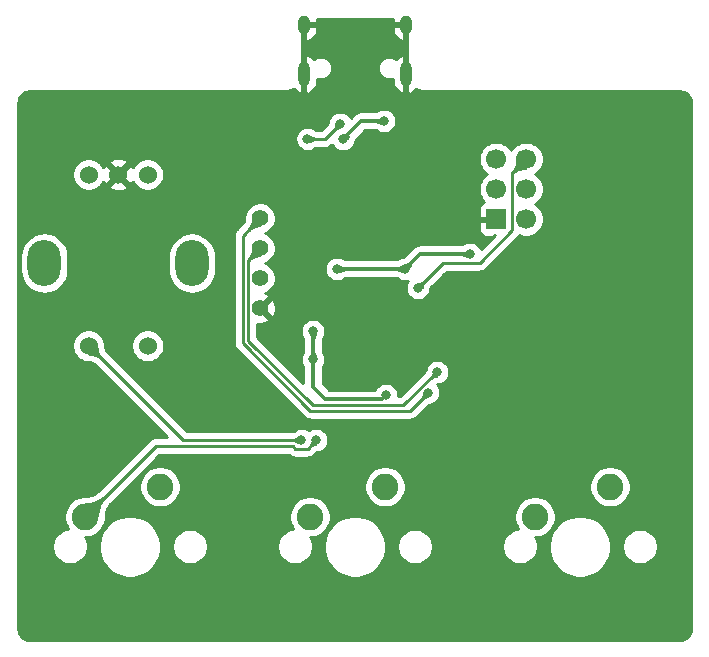
<source format=gbr>
%TF.GenerationSoftware,KiCad,Pcbnew,(5.1.9-1-g591a07d2d9)-1*%
%TF.CreationDate,2021-07-28T01:57:03-06:00*%
%TF.ProjectId,keyboard-layout,6b657962-6f61-4726-942d-6c61796f7574,rev?*%
%TF.SameCoordinates,Original*%
%TF.FileFunction,Copper,L1,Top*%
%TF.FilePolarity,Positive*%
%FSLAX46Y46*%
G04 Gerber Fmt 4.6, Leading zero omitted, Abs format (unit mm)*
G04 Created by KiCad (PCBNEW (5.1.9-1-g591a07d2d9)-1) date 2021-07-28 01:57:03*
%MOMM*%
%LPD*%
G01*
G04 APERTURE LIST*
%TA.AperFunction,ComponentPad*%
%ADD10C,1.700000*%
%TD*%
%TA.AperFunction,ComponentPad*%
%ADD11R,1.700000X1.700000*%
%TD*%
%TA.AperFunction,ComponentPad*%
%ADD12C,1.397000*%
%TD*%
%TA.AperFunction,ComponentPad*%
%ADD13C,2.250000*%
%TD*%
%TA.AperFunction,ComponentPad*%
%ADD14C,1.524000*%
%TD*%
%TA.AperFunction,ComponentPad*%
%ADD15O,2.800000X3.900000*%
%TD*%
%TA.AperFunction,ComponentPad*%
%ADD16O,1.000000X1.600000*%
%TD*%
%TA.AperFunction,ComponentPad*%
%ADD17O,1.000000X2.100000*%
%TD*%
%TA.AperFunction,ViaPad*%
%ADD18C,0.800000*%
%TD*%
%TA.AperFunction,Conductor*%
%ADD19C,0.350000*%
%TD*%
%TA.AperFunction,Conductor*%
%ADD20C,0.250000*%
%TD*%
%TA.AperFunction,Conductor*%
%ADD21C,0.254000*%
%TD*%
%TA.AperFunction,Conductor*%
%ADD22C,0.100000*%
%TD*%
%TA.AperFunction,Conductor*%
%ADD23C,0.025400*%
%TD*%
G04 APERTURE END LIST*
D10*
%TO.P,J1,1*%
%TO.N,MISO*%
X124770000Y-87710000D03*
%TO.P,J1,2*%
%TO.N,+5V*%
X122230000Y-87710000D03*
%TO.P,J1,3*%
%TO.N,SCK*%
X124770000Y-90250000D03*
%TO.P,J1,4*%
%TO.N,MOSI*%
X122230000Y-90250000D03*
%TO.P,J1,5*%
%TO.N,RST*%
X124770000Y-92790000D03*
D11*
%TO.P,J1,6*%
%TO.N,GND*%
X122230000Y-92790000D03*
%TD*%
D12*
%TO.P,J2,4*%
%TO.N,SDA*%
X102255000Y-92709500D03*
%TO.P,J2,3*%
%TO.N,SCL*%
X102255000Y-95249500D03*
%TO.P,J2,2*%
%TO.N,+5V*%
X102255000Y-97789500D03*
%TO.P,J2,1*%
%TO.N,GND*%
X102255000Y-100329500D03*
%TD*%
D13*
%TO.P,K_2,1*%
%TO.N,col1*%
X87420000Y-117980000D03*
%TO.P,K_2,2*%
%TO.N,Net-(D_2-Pad2)*%
X93770000Y-115440000D03*
%TD*%
%TO.P,K_3,2*%
%TO.N,Net-(D_3-Pad2)*%
X112820000Y-115440000D03*
%TO.P,K_3,1*%
%TO.N,col2*%
X106470000Y-117980000D03*
%TD*%
D14*
%TO.P,SW2,B*%
%TO.N,EncB*%
X87730000Y-89019500D03*
%TO.P,SW2,A*%
%TO.N,EncA*%
X92730000Y-89019500D03*
%TO.P,SW2,C*%
%TO.N,GND*%
X90230000Y-89019500D03*
%TO.P,SW2,S1*%
%TO.N,Net-(D_4-Pad2)*%
X92730000Y-103519500D03*
%TO.P,SW2,S2*%
%TO.N,col3*%
X87730000Y-103519500D03*
D15*
%TO.P,SW2,*%
%TO.N,*%
X96480000Y-96519500D03*
X83980000Y-96519500D03*
%TD*%
D16*
%TO.P,USB1,13*%
%TO.N,GND*%
X114600000Y-76350000D03*
X105960000Y-76350000D03*
D17*
X114600000Y-80530000D03*
X105960000Y-80530000D03*
%TD*%
D13*
%TO.P,K_1,1*%
%TO.N,col0*%
X125520000Y-117980000D03*
%TO.P,K_1,2*%
%TO.N,Net-(D_1-Pad2)*%
X131870000Y-115440000D03*
%TD*%
D18*
%TO.N,GND*%
X118000000Y-97700000D03*
X120500000Y-120000000D03*
X109700000Y-114300000D03*
%TO.N,+5V*%
X108750000Y-97000000D03*
X114500000Y-97000000D03*
X120000000Y-95750000D03*
X106725000Y-102275000D03*
X106725000Y-104675000D03*
X112900000Y-107700000D03*
%TO.N,VCC*%
X112730000Y-84480000D03*
X109280000Y-86030000D03*
%TO.N,MISO*%
X115617359Y-98617359D03*
%TO.N,SCL*%
X117250000Y-105750000D03*
%TO.N,SDA*%
X116482339Y-107482339D03*
%TO.N,col1*%
X107000000Y-111500000D03*
%TO.N,Net-(R5-Pad2)*%
X106250000Y-86000000D03*
X109030000Y-84720000D03*
%TO.N,col3*%
X105750000Y-111500000D03*
%TD*%
D19*
%TO.N,+5V*%
X108750000Y-97000000D02*
X114500000Y-97000000D01*
X115750000Y-95750000D02*
X114500000Y-97000000D01*
X120000000Y-95750000D02*
X115750000Y-95750000D01*
X106725000Y-104675000D02*
X106725000Y-104675000D01*
X106725000Y-102275000D02*
X106725000Y-104675000D01*
X106725000Y-107025000D02*
X107749980Y-108049980D01*
X106725000Y-104675000D02*
X106725000Y-107025000D01*
X112550020Y-108049980D02*
X112900000Y-107700000D01*
X107749980Y-108049980D02*
X112550020Y-108049980D01*
%TO.N,VCC*%
X110830000Y-84480000D02*
X109280000Y-86030000D01*
X112730000Y-84480000D02*
X110830000Y-84480000D01*
D20*
%TO.N,MISO*%
X117759717Y-96475001D02*
X115617359Y-98617359D01*
X120830001Y-96475001D02*
X117759717Y-96475001D01*
X123594999Y-93710003D02*
X120830001Y-96475001D01*
X123594999Y-88885001D02*
X123594999Y-93710003D01*
X124770000Y-87710000D02*
X123594999Y-88885001D01*
%TO.N,SCL*%
X101231499Y-96273001D02*
X101231499Y-99481499D01*
X102255000Y-95249500D02*
X101231499Y-96273001D01*
X101231499Y-99481499D02*
X101231499Y-103095089D01*
X101231499Y-103095089D02*
X106686400Y-108549990D01*
X106686400Y-108549990D02*
X114000000Y-108549990D01*
X114000000Y-108549990D02*
X114389382Y-108549990D01*
X117189372Y-105750000D02*
X117250000Y-105750000D01*
X114389382Y-108549990D02*
X117189372Y-105750000D01*
%TO.N,SDA*%
X100781490Y-94183010D02*
X100781490Y-101007182D01*
X102255000Y-92709500D02*
X100781490Y-94183010D01*
X100781490Y-101007182D02*
X100781490Y-103281490D01*
X100781490Y-103281490D02*
X106500000Y-109000000D01*
X114964678Y-109000000D02*
X116482339Y-107482339D01*
X106500000Y-109000000D02*
X114964678Y-109000000D01*
%TO.N,col1*%
X87420000Y-117980000D02*
X93400000Y-112000000D01*
X93400000Y-112000000D02*
X105000000Y-112000000D01*
X106274999Y-112225001D02*
X107000000Y-111500000D01*
X105225001Y-112225001D02*
X106274999Y-112225001D01*
X105000000Y-112000000D02*
X105225001Y-112225001D01*
%TO.N,Net-(R5-Pad2)*%
X107750000Y-86000000D02*
X109030000Y-84720000D01*
X106250000Y-86000000D02*
X107750000Y-86000000D01*
%TO.N,col3*%
X105750000Y-111500000D02*
X96710500Y-111500000D01*
X95710500Y-111500000D02*
X96710500Y-111500000D01*
X87730000Y-103519500D02*
X95710500Y-111500000D01*
%TD*%
D21*
%TO.N,GND*%
X113465000Y-75923000D02*
X113465000Y-76223000D01*
X114473000Y-76223000D01*
X114473000Y-76203000D01*
X114715001Y-76203000D01*
X114715000Y-80533646D01*
X114717873Y-80562814D01*
X114717839Y-80567672D01*
X114718772Y-80577190D01*
X114727161Y-80657000D01*
X114727000Y-80657000D01*
X114727000Y-82047954D01*
X114901874Y-82174119D01*
X115124976Y-82094276D01*
X115312764Y-81972369D01*
X115473161Y-81816169D01*
X115485795Y-81797793D01*
X115573556Y-81844456D01*
X115630955Y-81868114D01*
X115688022Y-81892573D01*
X115697151Y-81895399D01*
X115697157Y-81895401D01*
X115697163Y-81895402D01*
X115846628Y-81940528D01*
X115907517Y-81952584D01*
X115968256Y-81965495D01*
X115977768Y-81966495D01*
X116133155Y-81981731D01*
X116133163Y-81981731D01*
X116166353Y-81985000D01*
X137766495Y-81985000D01*
X137977090Y-82005649D01*
X138147429Y-82057077D01*
X138304535Y-82140613D01*
X138442424Y-82253072D01*
X138555847Y-82390177D01*
X138640476Y-82546695D01*
X138693094Y-82716677D01*
X138715000Y-82925097D01*
X138715001Y-127466485D01*
X138694351Y-127677090D01*
X138642923Y-127847427D01*
X138559388Y-128004533D01*
X138446927Y-128142425D01*
X138309823Y-128255847D01*
X138153306Y-128340476D01*
X137983324Y-128393094D01*
X137774903Y-128415000D01*
X82733505Y-128415000D01*
X82522910Y-128394351D01*
X82352573Y-128342923D01*
X82195467Y-128259388D01*
X82057575Y-128146927D01*
X81944153Y-128009823D01*
X81859524Y-127853306D01*
X81806906Y-127683324D01*
X81785000Y-127474903D01*
X81785000Y-120371278D01*
X84640000Y-120371278D01*
X84640000Y-120668722D01*
X84698029Y-120960451D01*
X84811856Y-121235253D01*
X84977107Y-121482569D01*
X85187431Y-121692893D01*
X85434747Y-121858144D01*
X85709549Y-121971971D01*
X86001278Y-122030000D01*
X86298722Y-122030000D01*
X86590451Y-121971971D01*
X86865253Y-121858144D01*
X87112569Y-121692893D01*
X87322893Y-121482569D01*
X87488144Y-121235253D01*
X87601971Y-120960451D01*
X87660000Y-120668722D01*
X87660000Y-120371278D01*
X87638080Y-120261076D01*
X88601100Y-120261076D01*
X88601100Y-120778924D01*
X88702127Y-121286822D01*
X88900299Y-121765251D01*
X89188000Y-122195826D01*
X89554174Y-122562000D01*
X89984749Y-122849701D01*
X90463178Y-123047873D01*
X90971076Y-123148900D01*
X91488924Y-123148900D01*
X91996822Y-123047873D01*
X92475251Y-122849701D01*
X92905826Y-122562000D01*
X93272000Y-122195826D01*
X93559701Y-121765251D01*
X93757873Y-121286822D01*
X93858900Y-120778924D01*
X93858900Y-120371278D01*
X94800000Y-120371278D01*
X94800000Y-120668722D01*
X94858029Y-120960451D01*
X94971856Y-121235253D01*
X95137107Y-121482569D01*
X95347431Y-121692893D01*
X95594747Y-121858144D01*
X95869549Y-121971971D01*
X96161278Y-122030000D01*
X96458722Y-122030000D01*
X96750451Y-121971971D01*
X97025253Y-121858144D01*
X97272569Y-121692893D01*
X97482893Y-121482569D01*
X97648144Y-121235253D01*
X97761971Y-120960451D01*
X97820000Y-120668722D01*
X97820000Y-120371278D01*
X103690000Y-120371278D01*
X103690000Y-120668722D01*
X103748029Y-120960451D01*
X103861856Y-121235253D01*
X104027107Y-121482569D01*
X104237431Y-121692893D01*
X104484747Y-121858144D01*
X104759549Y-121971971D01*
X105051278Y-122030000D01*
X105348722Y-122030000D01*
X105640451Y-121971971D01*
X105915253Y-121858144D01*
X106162569Y-121692893D01*
X106372893Y-121482569D01*
X106538144Y-121235253D01*
X106651971Y-120960451D01*
X106710000Y-120668722D01*
X106710000Y-120371278D01*
X106688080Y-120261076D01*
X107651100Y-120261076D01*
X107651100Y-120778924D01*
X107752127Y-121286822D01*
X107950299Y-121765251D01*
X108238000Y-122195826D01*
X108604174Y-122562000D01*
X109034749Y-122849701D01*
X109513178Y-123047873D01*
X110021076Y-123148900D01*
X110538924Y-123148900D01*
X111046822Y-123047873D01*
X111525251Y-122849701D01*
X111955826Y-122562000D01*
X112322000Y-122195826D01*
X112609701Y-121765251D01*
X112807873Y-121286822D01*
X112908900Y-120778924D01*
X112908900Y-120371278D01*
X113850000Y-120371278D01*
X113850000Y-120668722D01*
X113908029Y-120960451D01*
X114021856Y-121235253D01*
X114187107Y-121482569D01*
X114397431Y-121692893D01*
X114644747Y-121858144D01*
X114919549Y-121971971D01*
X115211278Y-122030000D01*
X115508722Y-122030000D01*
X115800451Y-121971971D01*
X116075253Y-121858144D01*
X116322569Y-121692893D01*
X116532893Y-121482569D01*
X116698144Y-121235253D01*
X116811971Y-120960451D01*
X116870000Y-120668722D01*
X116870000Y-120371278D01*
X122740000Y-120371278D01*
X122740000Y-120668722D01*
X122798029Y-120960451D01*
X122911856Y-121235253D01*
X123077107Y-121482569D01*
X123287431Y-121692893D01*
X123534747Y-121858144D01*
X123809549Y-121971971D01*
X124101278Y-122030000D01*
X124398722Y-122030000D01*
X124690451Y-121971971D01*
X124965253Y-121858144D01*
X125212569Y-121692893D01*
X125422893Y-121482569D01*
X125588144Y-121235253D01*
X125701971Y-120960451D01*
X125760000Y-120668722D01*
X125760000Y-120371278D01*
X125738080Y-120261076D01*
X126701100Y-120261076D01*
X126701100Y-120778924D01*
X126802127Y-121286822D01*
X127000299Y-121765251D01*
X127288000Y-122195826D01*
X127654174Y-122562000D01*
X128084749Y-122849701D01*
X128563178Y-123047873D01*
X129071076Y-123148900D01*
X129588924Y-123148900D01*
X130096822Y-123047873D01*
X130575251Y-122849701D01*
X131005826Y-122562000D01*
X131372000Y-122195826D01*
X131659701Y-121765251D01*
X131857873Y-121286822D01*
X131958900Y-120778924D01*
X131958900Y-120371278D01*
X132900000Y-120371278D01*
X132900000Y-120668722D01*
X132958029Y-120960451D01*
X133071856Y-121235253D01*
X133237107Y-121482569D01*
X133447431Y-121692893D01*
X133694747Y-121858144D01*
X133969549Y-121971971D01*
X134261278Y-122030000D01*
X134558722Y-122030000D01*
X134850451Y-121971971D01*
X135125253Y-121858144D01*
X135372569Y-121692893D01*
X135582893Y-121482569D01*
X135748144Y-121235253D01*
X135861971Y-120960451D01*
X135920000Y-120668722D01*
X135920000Y-120371278D01*
X135861971Y-120079549D01*
X135748144Y-119804747D01*
X135582893Y-119557431D01*
X135372569Y-119347107D01*
X135125253Y-119181856D01*
X134850451Y-119068029D01*
X134558722Y-119010000D01*
X134261278Y-119010000D01*
X133969549Y-119068029D01*
X133694747Y-119181856D01*
X133447431Y-119347107D01*
X133237107Y-119557431D01*
X133071856Y-119804747D01*
X132958029Y-120079549D01*
X132900000Y-120371278D01*
X131958900Y-120371278D01*
X131958900Y-120261076D01*
X131857873Y-119753178D01*
X131659701Y-119274749D01*
X131372000Y-118844174D01*
X131005826Y-118478000D01*
X130575251Y-118190299D01*
X130096822Y-117992127D01*
X129588924Y-117891100D01*
X129071076Y-117891100D01*
X128563178Y-117992127D01*
X128084749Y-118190299D01*
X127654174Y-118478000D01*
X127288000Y-118844174D01*
X127000299Y-119274749D01*
X126802127Y-119753178D01*
X126701100Y-120261076D01*
X125738080Y-120261076D01*
X125701971Y-120079549D01*
X125588144Y-119804747D01*
X125544882Y-119740000D01*
X125693345Y-119740000D01*
X126033373Y-119672364D01*
X126353673Y-119539692D01*
X126641935Y-119347081D01*
X126887081Y-119101935D01*
X127079692Y-118813673D01*
X127212364Y-118493373D01*
X127280000Y-118153345D01*
X127280000Y-117806655D01*
X127212364Y-117466627D01*
X127079692Y-117146327D01*
X126887081Y-116858065D01*
X126641935Y-116612919D01*
X126353673Y-116420308D01*
X126033373Y-116287636D01*
X125693345Y-116220000D01*
X125346655Y-116220000D01*
X125006627Y-116287636D01*
X124686327Y-116420308D01*
X124398065Y-116612919D01*
X124152919Y-116858065D01*
X123960308Y-117146327D01*
X123827636Y-117466627D01*
X123760000Y-117806655D01*
X123760000Y-118153345D01*
X123827636Y-118493373D01*
X123960308Y-118813673D01*
X124092638Y-119011719D01*
X123809549Y-119068029D01*
X123534747Y-119181856D01*
X123287431Y-119347107D01*
X123077107Y-119557431D01*
X122911856Y-119804747D01*
X122798029Y-120079549D01*
X122740000Y-120371278D01*
X116870000Y-120371278D01*
X116811971Y-120079549D01*
X116698144Y-119804747D01*
X116532893Y-119557431D01*
X116322569Y-119347107D01*
X116075253Y-119181856D01*
X115800451Y-119068029D01*
X115508722Y-119010000D01*
X115211278Y-119010000D01*
X114919549Y-119068029D01*
X114644747Y-119181856D01*
X114397431Y-119347107D01*
X114187107Y-119557431D01*
X114021856Y-119804747D01*
X113908029Y-120079549D01*
X113850000Y-120371278D01*
X112908900Y-120371278D01*
X112908900Y-120261076D01*
X112807873Y-119753178D01*
X112609701Y-119274749D01*
X112322000Y-118844174D01*
X111955826Y-118478000D01*
X111525251Y-118190299D01*
X111046822Y-117992127D01*
X110538924Y-117891100D01*
X110021076Y-117891100D01*
X109513178Y-117992127D01*
X109034749Y-118190299D01*
X108604174Y-118478000D01*
X108238000Y-118844174D01*
X107950299Y-119274749D01*
X107752127Y-119753178D01*
X107651100Y-120261076D01*
X106688080Y-120261076D01*
X106651971Y-120079549D01*
X106538144Y-119804747D01*
X106494882Y-119740000D01*
X106643345Y-119740000D01*
X106983373Y-119672364D01*
X107303673Y-119539692D01*
X107591935Y-119347081D01*
X107837081Y-119101935D01*
X108029692Y-118813673D01*
X108162364Y-118493373D01*
X108230000Y-118153345D01*
X108230000Y-117806655D01*
X108162364Y-117466627D01*
X108029692Y-117146327D01*
X107837081Y-116858065D01*
X107591935Y-116612919D01*
X107303673Y-116420308D01*
X106983373Y-116287636D01*
X106643345Y-116220000D01*
X106296655Y-116220000D01*
X105956627Y-116287636D01*
X105636327Y-116420308D01*
X105348065Y-116612919D01*
X105102919Y-116858065D01*
X104910308Y-117146327D01*
X104777636Y-117466627D01*
X104710000Y-117806655D01*
X104710000Y-118153345D01*
X104777636Y-118493373D01*
X104910308Y-118813673D01*
X105042638Y-119011719D01*
X104759549Y-119068029D01*
X104484747Y-119181856D01*
X104237431Y-119347107D01*
X104027107Y-119557431D01*
X103861856Y-119804747D01*
X103748029Y-120079549D01*
X103690000Y-120371278D01*
X97820000Y-120371278D01*
X97761971Y-120079549D01*
X97648144Y-119804747D01*
X97482893Y-119557431D01*
X97272569Y-119347107D01*
X97025253Y-119181856D01*
X96750451Y-119068029D01*
X96458722Y-119010000D01*
X96161278Y-119010000D01*
X95869549Y-119068029D01*
X95594747Y-119181856D01*
X95347431Y-119347107D01*
X95137107Y-119557431D01*
X94971856Y-119804747D01*
X94858029Y-120079549D01*
X94800000Y-120371278D01*
X93858900Y-120371278D01*
X93858900Y-120261076D01*
X93757873Y-119753178D01*
X93559701Y-119274749D01*
X93272000Y-118844174D01*
X92905826Y-118478000D01*
X92475251Y-118190299D01*
X91996822Y-117992127D01*
X91488924Y-117891100D01*
X90971076Y-117891100D01*
X90463178Y-117992127D01*
X89984749Y-118190299D01*
X89554174Y-118478000D01*
X89188000Y-118844174D01*
X88900299Y-119274749D01*
X88702127Y-119753178D01*
X88601100Y-120261076D01*
X87638080Y-120261076D01*
X87601971Y-120079549D01*
X87488144Y-119804747D01*
X87444882Y-119740000D01*
X87593345Y-119740000D01*
X87933373Y-119672364D01*
X88253673Y-119539692D01*
X88541935Y-119347081D01*
X88787081Y-119101935D01*
X88979692Y-118813673D01*
X89112364Y-118493373D01*
X89180000Y-118153345D01*
X89180000Y-117974003D01*
X89183229Y-117839773D01*
X89194330Y-117722610D01*
X89213277Y-117610558D01*
X89239920Y-117502864D01*
X89274294Y-117398686D01*
X89316607Y-117297248D01*
X89367280Y-117197767D01*
X89426823Y-117099683D01*
X89495858Y-117002552D01*
X89575016Y-116906131D01*
X89671664Y-116803138D01*
X91208147Y-115266655D01*
X92010000Y-115266655D01*
X92010000Y-115613345D01*
X92077636Y-115953373D01*
X92210308Y-116273673D01*
X92402919Y-116561935D01*
X92648065Y-116807081D01*
X92936327Y-116999692D01*
X93256627Y-117132364D01*
X93596655Y-117200000D01*
X93943345Y-117200000D01*
X94283373Y-117132364D01*
X94603673Y-116999692D01*
X94891935Y-116807081D01*
X95137081Y-116561935D01*
X95329692Y-116273673D01*
X95462364Y-115953373D01*
X95530000Y-115613345D01*
X95530000Y-115266655D01*
X111060000Y-115266655D01*
X111060000Y-115613345D01*
X111127636Y-115953373D01*
X111260308Y-116273673D01*
X111452919Y-116561935D01*
X111698065Y-116807081D01*
X111986327Y-116999692D01*
X112306627Y-117132364D01*
X112646655Y-117200000D01*
X112993345Y-117200000D01*
X113333373Y-117132364D01*
X113653673Y-116999692D01*
X113941935Y-116807081D01*
X114187081Y-116561935D01*
X114379692Y-116273673D01*
X114512364Y-115953373D01*
X114580000Y-115613345D01*
X114580000Y-115266655D01*
X130110000Y-115266655D01*
X130110000Y-115613345D01*
X130177636Y-115953373D01*
X130310308Y-116273673D01*
X130502919Y-116561935D01*
X130748065Y-116807081D01*
X131036327Y-116999692D01*
X131356627Y-117132364D01*
X131696655Y-117200000D01*
X132043345Y-117200000D01*
X132383373Y-117132364D01*
X132703673Y-116999692D01*
X132991935Y-116807081D01*
X133237081Y-116561935D01*
X133429692Y-116273673D01*
X133562364Y-115953373D01*
X133630000Y-115613345D01*
X133630000Y-115266655D01*
X133562364Y-114926627D01*
X133429692Y-114606327D01*
X133237081Y-114318065D01*
X132991935Y-114072919D01*
X132703673Y-113880308D01*
X132383373Y-113747636D01*
X132043345Y-113680000D01*
X131696655Y-113680000D01*
X131356627Y-113747636D01*
X131036327Y-113880308D01*
X130748065Y-114072919D01*
X130502919Y-114318065D01*
X130310308Y-114606327D01*
X130177636Y-114926627D01*
X130110000Y-115266655D01*
X114580000Y-115266655D01*
X114512364Y-114926627D01*
X114379692Y-114606327D01*
X114187081Y-114318065D01*
X113941935Y-114072919D01*
X113653673Y-113880308D01*
X113333373Y-113747636D01*
X112993345Y-113680000D01*
X112646655Y-113680000D01*
X112306627Y-113747636D01*
X111986327Y-113880308D01*
X111698065Y-114072919D01*
X111452919Y-114318065D01*
X111260308Y-114606327D01*
X111127636Y-114926627D01*
X111060000Y-115266655D01*
X95530000Y-115266655D01*
X95462364Y-114926627D01*
X95329692Y-114606327D01*
X95137081Y-114318065D01*
X94891935Y-114072919D01*
X94603673Y-113880308D01*
X94283373Y-113747636D01*
X93943345Y-113680000D01*
X93596655Y-113680000D01*
X93256627Y-113747636D01*
X92936327Y-113880308D01*
X92648065Y-114072919D01*
X92402919Y-114318065D01*
X92210308Y-114606327D01*
X92077636Y-114926627D01*
X92010000Y-115266655D01*
X91208147Y-115266655D01*
X93714802Y-112760000D01*
X104680895Y-112760000D01*
X104685000Y-112765002D01*
X104800725Y-112859975D01*
X104932754Y-112930547D01*
X105076015Y-112974004D01*
X105187668Y-112985001D01*
X105187677Y-112985001D01*
X105225000Y-112988677D01*
X105262323Y-112985001D01*
X106237677Y-112985001D01*
X106274999Y-112988677D01*
X106312321Y-112985001D01*
X106312332Y-112985001D01*
X106423985Y-112974004D01*
X106567246Y-112930547D01*
X106699275Y-112859975D01*
X106815000Y-112765002D01*
X106838802Y-112735999D01*
X107039801Y-112535000D01*
X107101939Y-112535000D01*
X107301898Y-112495226D01*
X107490256Y-112417205D01*
X107659774Y-112303937D01*
X107803937Y-112159774D01*
X107917205Y-111990256D01*
X107995226Y-111801898D01*
X108035000Y-111601939D01*
X108035000Y-111398061D01*
X107995226Y-111198102D01*
X107917205Y-111009744D01*
X107803937Y-110840226D01*
X107659774Y-110696063D01*
X107490256Y-110582795D01*
X107301898Y-110504774D01*
X107101939Y-110465000D01*
X106898061Y-110465000D01*
X106698102Y-110504774D01*
X106509744Y-110582795D01*
X106375000Y-110672828D01*
X106240256Y-110582795D01*
X106051898Y-110504774D01*
X105851939Y-110465000D01*
X105648061Y-110465000D01*
X105448102Y-110504774D01*
X105259744Y-110582795D01*
X105090226Y-110696063D01*
X105046289Y-110740000D01*
X96025302Y-110740000D01*
X89361966Y-104076665D01*
X89310454Y-104021775D01*
X89272043Y-103974996D01*
X89239414Y-103929103D01*
X89211926Y-103883844D01*
X89188960Y-103838783D01*
X89169985Y-103793328D01*
X89154605Y-103746751D01*
X89142588Y-103698220D01*
X89133909Y-103646948D01*
X89128712Y-103592157D01*
X89127000Y-103521086D01*
X89127000Y-103381908D01*
X91333000Y-103381908D01*
X91333000Y-103657092D01*
X91386686Y-103926990D01*
X91491995Y-104181227D01*
X91644880Y-104410035D01*
X91839465Y-104604620D01*
X92068273Y-104757505D01*
X92322510Y-104862814D01*
X92592408Y-104916500D01*
X92867592Y-104916500D01*
X93137490Y-104862814D01*
X93391727Y-104757505D01*
X93620535Y-104604620D01*
X93815120Y-104410035D01*
X93968005Y-104181227D01*
X94073314Y-103926990D01*
X94127000Y-103657092D01*
X94127000Y-103381908D01*
X94073314Y-103112010D01*
X93968005Y-102857773D01*
X93815120Y-102628965D01*
X93620535Y-102434380D01*
X93391727Y-102281495D01*
X93137490Y-102176186D01*
X92867592Y-102122500D01*
X92592408Y-102122500D01*
X92322510Y-102176186D01*
X92068273Y-102281495D01*
X91839465Y-102434380D01*
X91644880Y-102628965D01*
X91491995Y-102857773D01*
X91386686Y-103112010D01*
X91333000Y-103381908D01*
X89127000Y-103381908D01*
X89073314Y-103112010D01*
X88968005Y-102857773D01*
X88815120Y-102628965D01*
X88620535Y-102434380D01*
X88391727Y-102281495D01*
X88137490Y-102176186D01*
X87867592Y-102122500D01*
X87592408Y-102122500D01*
X87322510Y-102176186D01*
X87068273Y-102281495D01*
X86839465Y-102434380D01*
X86644880Y-102628965D01*
X86491995Y-102857773D01*
X86386686Y-103112010D01*
X86333000Y-103381908D01*
X86333000Y-103657092D01*
X86386686Y-103926990D01*
X86491995Y-104181227D01*
X86644880Y-104410035D01*
X86839465Y-104604620D01*
X87068273Y-104757505D01*
X87322510Y-104862814D01*
X87592408Y-104916500D01*
X87731586Y-104916500D01*
X87802657Y-104918212D01*
X87857448Y-104923409D01*
X87908720Y-104932088D01*
X87957251Y-104944105D01*
X88003828Y-104959485D01*
X88049283Y-104978460D01*
X88094344Y-105001426D01*
X88139603Y-105028914D01*
X88185496Y-105061543D01*
X88232275Y-105099954D01*
X88287165Y-105151466D01*
X94375698Y-111240000D01*
X93437322Y-111240000D01*
X93399999Y-111236324D01*
X93362676Y-111240000D01*
X93362667Y-111240000D01*
X93251014Y-111250997D01*
X93107753Y-111294454D01*
X92975723Y-111365026D01*
X92892083Y-111433668D01*
X92859999Y-111459999D01*
X92836201Y-111488997D01*
X88596853Y-115728346D01*
X88493876Y-115824976D01*
X88397447Y-115904141D01*
X88300316Y-115973176D01*
X88202232Y-116032719D01*
X88102751Y-116083392D01*
X88001313Y-116125705D01*
X87897135Y-116160079D01*
X87789441Y-116186722D01*
X87677389Y-116205669D01*
X87560225Y-116216770D01*
X87425991Y-116220000D01*
X87246655Y-116220000D01*
X86906627Y-116287636D01*
X86586327Y-116420308D01*
X86298065Y-116612919D01*
X86052919Y-116858065D01*
X85860308Y-117146327D01*
X85727636Y-117466627D01*
X85660000Y-117806655D01*
X85660000Y-118153345D01*
X85727636Y-118493373D01*
X85860308Y-118813673D01*
X85992638Y-119011719D01*
X85709549Y-119068029D01*
X85434747Y-119181856D01*
X85187431Y-119347107D01*
X84977107Y-119557431D01*
X84811856Y-119804747D01*
X84698029Y-120079549D01*
X84640000Y-120371278D01*
X81785000Y-120371278D01*
X81785000Y-95869531D01*
X81945000Y-95869531D01*
X81945000Y-97169468D01*
X81974445Y-97468429D01*
X82090809Y-97852028D01*
X82279773Y-98205556D01*
X82534076Y-98515424D01*
X82843944Y-98769727D01*
X83197471Y-98958691D01*
X83581070Y-99075055D01*
X83980000Y-99114346D01*
X84378929Y-99075055D01*
X84762528Y-98958691D01*
X85116056Y-98769727D01*
X85425924Y-98515424D01*
X85680227Y-98205556D01*
X85869191Y-97852029D01*
X85985555Y-97468430D01*
X86015000Y-97169469D01*
X86015000Y-95869532D01*
X86015000Y-95869531D01*
X94445000Y-95869531D01*
X94445000Y-97169468D01*
X94474445Y-97468429D01*
X94590809Y-97852028D01*
X94779773Y-98205556D01*
X95034076Y-98515424D01*
X95343944Y-98769727D01*
X95697471Y-98958691D01*
X96081070Y-99075055D01*
X96480000Y-99114346D01*
X96878929Y-99075055D01*
X97262528Y-98958691D01*
X97616056Y-98769727D01*
X97925924Y-98515424D01*
X98180227Y-98205556D01*
X98369191Y-97852029D01*
X98485555Y-97468430D01*
X98515000Y-97169469D01*
X98515000Y-95869532D01*
X98485555Y-95570571D01*
X98369191Y-95186971D01*
X98180227Y-94833444D01*
X97925924Y-94523576D01*
X97616056Y-94269273D01*
X97454670Y-94183010D01*
X100017814Y-94183010D01*
X100021490Y-94220333D01*
X100021491Y-100969840D01*
X100021490Y-100969850D01*
X100021491Y-103244158D01*
X100017814Y-103281490D01*
X100021491Y-103318823D01*
X100030569Y-103410987D01*
X100032488Y-103430475D01*
X100075944Y-103573736D01*
X100146516Y-103705766D01*
X100189216Y-103757795D01*
X100241490Y-103821491D01*
X100270488Y-103845289D01*
X105936205Y-109511008D01*
X105959999Y-109540001D01*
X105988992Y-109563795D01*
X105988996Y-109563799D01*
X106059685Y-109621811D01*
X106075724Y-109634974D01*
X106207753Y-109705546D01*
X106351014Y-109749003D01*
X106462667Y-109760000D01*
X106462676Y-109760000D01*
X106499999Y-109763676D01*
X106537322Y-109760000D01*
X114927356Y-109760000D01*
X114964678Y-109763676D01*
X115002000Y-109760000D01*
X115002011Y-109760000D01*
X115113664Y-109749003D01*
X115256925Y-109705546D01*
X115388954Y-109634974D01*
X115504679Y-109540001D01*
X115528482Y-109510997D01*
X116522141Y-108517339D01*
X116584278Y-108517339D01*
X116784237Y-108477565D01*
X116972595Y-108399544D01*
X117142113Y-108286276D01*
X117286276Y-108142113D01*
X117399544Y-107972595D01*
X117477565Y-107784237D01*
X117517339Y-107584278D01*
X117517339Y-107380400D01*
X117477565Y-107180441D01*
X117399544Y-106992083D01*
X117286276Y-106822565D01*
X117248805Y-106785094D01*
X117252718Y-106785000D01*
X117351939Y-106785000D01*
X117551898Y-106745226D01*
X117740256Y-106667205D01*
X117909774Y-106553937D01*
X118053937Y-106409774D01*
X118167205Y-106240256D01*
X118245226Y-106051898D01*
X118285000Y-105851939D01*
X118285000Y-105648061D01*
X118245226Y-105448102D01*
X118167205Y-105259744D01*
X118053937Y-105090226D01*
X117909774Y-104946063D01*
X117740256Y-104832795D01*
X117551898Y-104754774D01*
X117351939Y-104715000D01*
X117148061Y-104715000D01*
X116948102Y-104754774D01*
X116759744Y-104832795D01*
X116590226Y-104946063D01*
X116446063Y-105090226D01*
X116332795Y-105259744D01*
X116254774Y-105448102D01*
X116215000Y-105648061D01*
X116215000Y-105649570D01*
X116182529Y-105682041D01*
X116182519Y-105682050D01*
X116182514Y-105682057D01*
X114074581Y-107789990D01*
X113935000Y-107789990D01*
X113935000Y-107598061D01*
X113895226Y-107398102D01*
X113817205Y-107209744D01*
X113703937Y-107040226D01*
X113559774Y-106896063D01*
X113390256Y-106782795D01*
X113201898Y-106704774D01*
X113001939Y-106665000D01*
X112798061Y-106665000D01*
X112598102Y-106704774D01*
X112409744Y-106782795D01*
X112240226Y-106896063D01*
X112096063Y-107040226D01*
X111982795Y-107209744D01*
X111970271Y-107239980D01*
X108085493Y-107239980D01*
X107535000Y-106689488D01*
X107535000Y-105325700D01*
X107642205Y-105165256D01*
X107720226Y-104976898D01*
X107760000Y-104776939D01*
X107760000Y-104573061D01*
X107720226Y-104373102D01*
X107642205Y-104184744D01*
X107535000Y-104024300D01*
X107535000Y-102925700D01*
X107642205Y-102765256D01*
X107720226Y-102576898D01*
X107760000Y-102376939D01*
X107760000Y-102173061D01*
X107720226Y-101973102D01*
X107642205Y-101784744D01*
X107528937Y-101615226D01*
X107384774Y-101471063D01*
X107215256Y-101357795D01*
X107026898Y-101279774D01*
X106826939Y-101240000D01*
X106623061Y-101240000D01*
X106423102Y-101279774D01*
X106234744Y-101357795D01*
X106065226Y-101471063D01*
X105921063Y-101615226D01*
X105807795Y-101784744D01*
X105729774Y-101973102D01*
X105690000Y-102173061D01*
X105690000Y-102376939D01*
X105729774Y-102576898D01*
X105807795Y-102765256D01*
X105915000Y-102925700D01*
X105915001Y-104024299D01*
X105807795Y-104184744D01*
X105729774Y-104373102D01*
X105690000Y-104573061D01*
X105690000Y-104776939D01*
X105729774Y-104976898D01*
X105807795Y-105165256D01*
X105915000Y-105325700D01*
X105915001Y-106703789D01*
X101991499Y-102780288D01*
X101991499Y-101637802D01*
X102067093Y-101656211D01*
X102329533Y-101667376D01*
X102589107Y-101627129D01*
X102835842Y-101537014D01*
X102936314Y-101483312D01*
X102995592Y-101249697D01*
X102255000Y-100509105D01*
X102240858Y-100523248D01*
X102061253Y-100343643D01*
X102075395Y-100329500D01*
X102434605Y-100329500D01*
X103175197Y-101070092D01*
X103408812Y-101010814D01*
X103519559Y-100772625D01*
X103581711Y-100517407D01*
X103592876Y-100254967D01*
X103552629Y-99995393D01*
X103462514Y-99748658D01*
X103408812Y-99648186D01*
X103175197Y-99588908D01*
X102434605Y-100329500D01*
X102075395Y-100329500D01*
X102061253Y-100315358D01*
X102240858Y-100135753D01*
X102255000Y-100149895D01*
X102995592Y-99409303D01*
X102936314Y-99175688D01*
X102698125Y-99064941D01*
X102674378Y-99059158D01*
X102886649Y-98971232D01*
X103105057Y-98825297D01*
X103290797Y-98639557D01*
X103436732Y-98421149D01*
X103537254Y-98178468D01*
X103588500Y-97920838D01*
X103588500Y-97658162D01*
X103537254Y-97400532D01*
X103436732Y-97157851D01*
X103290797Y-96939443D01*
X103249415Y-96898061D01*
X107715000Y-96898061D01*
X107715000Y-97101939D01*
X107754774Y-97301898D01*
X107832795Y-97490256D01*
X107946063Y-97659774D01*
X108090226Y-97803937D01*
X108259744Y-97917205D01*
X108448102Y-97995226D01*
X108648061Y-98035000D01*
X108851939Y-98035000D01*
X109051898Y-97995226D01*
X109240256Y-97917205D01*
X109400700Y-97810000D01*
X113849300Y-97810000D01*
X114009744Y-97917205D01*
X114198102Y-97995226D01*
X114398061Y-98035000D01*
X114601939Y-98035000D01*
X114786182Y-97998352D01*
X114700154Y-98127103D01*
X114622133Y-98315461D01*
X114582359Y-98515420D01*
X114582359Y-98719298D01*
X114622133Y-98919257D01*
X114700154Y-99107615D01*
X114813422Y-99277133D01*
X114957585Y-99421296D01*
X115127103Y-99534564D01*
X115315461Y-99612585D01*
X115515420Y-99652359D01*
X115719298Y-99652359D01*
X115919257Y-99612585D01*
X116107615Y-99534564D01*
X116277133Y-99421296D01*
X116421296Y-99277133D01*
X116534564Y-99107615D01*
X116612585Y-98919257D01*
X116652359Y-98719298D01*
X116652359Y-98657160D01*
X118074519Y-97235001D01*
X120792679Y-97235001D01*
X120830001Y-97238677D01*
X120867323Y-97235001D01*
X120867334Y-97235001D01*
X120978987Y-97224004D01*
X121122248Y-97180547D01*
X121254277Y-97109975D01*
X121370002Y-97015002D01*
X121393805Y-96985998D01*
X124106002Y-94273802D01*
X124135000Y-94250004D01*
X124205850Y-94163673D01*
X124336842Y-94217932D01*
X124623740Y-94275000D01*
X124916260Y-94275000D01*
X125203158Y-94217932D01*
X125473411Y-94105990D01*
X125716632Y-93943475D01*
X125923475Y-93736632D01*
X126085990Y-93493411D01*
X126197932Y-93223158D01*
X126255000Y-92936260D01*
X126255000Y-92643740D01*
X126197932Y-92356842D01*
X126085990Y-92086589D01*
X125923475Y-91843368D01*
X125716632Y-91636525D01*
X125542240Y-91520000D01*
X125716632Y-91403475D01*
X125923475Y-91196632D01*
X126085990Y-90953411D01*
X126197932Y-90683158D01*
X126255000Y-90396260D01*
X126255000Y-90103740D01*
X126197932Y-89816842D01*
X126085990Y-89546589D01*
X125923475Y-89303368D01*
X125716632Y-89096525D01*
X125542240Y-88980000D01*
X125716632Y-88863475D01*
X125923475Y-88656632D01*
X126085990Y-88413411D01*
X126197932Y-88143158D01*
X126255000Y-87856260D01*
X126255000Y-87563740D01*
X126197932Y-87276842D01*
X126085990Y-87006589D01*
X125923475Y-86763368D01*
X125716632Y-86556525D01*
X125473411Y-86394010D01*
X125203158Y-86282068D01*
X124916260Y-86225000D01*
X124623740Y-86225000D01*
X124336842Y-86282068D01*
X124066589Y-86394010D01*
X123823368Y-86556525D01*
X123616525Y-86763368D01*
X123500000Y-86937760D01*
X123383475Y-86763368D01*
X123176632Y-86556525D01*
X122933411Y-86394010D01*
X122663158Y-86282068D01*
X122376260Y-86225000D01*
X122083740Y-86225000D01*
X121796842Y-86282068D01*
X121526589Y-86394010D01*
X121283368Y-86556525D01*
X121076525Y-86763368D01*
X120914010Y-87006589D01*
X120802068Y-87276842D01*
X120745000Y-87563740D01*
X120745000Y-87856260D01*
X120802068Y-88143158D01*
X120914010Y-88413411D01*
X121076525Y-88656632D01*
X121283368Y-88863475D01*
X121457760Y-88980000D01*
X121283368Y-89096525D01*
X121076525Y-89303368D01*
X120914010Y-89546589D01*
X120802068Y-89816842D01*
X120745000Y-90103740D01*
X120745000Y-90396260D01*
X120802068Y-90683158D01*
X120914010Y-90953411D01*
X121076525Y-91196632D01*
X121208380Y-91328487D01*
X121135820Y-91350498D01*
X121025506Y-91409463D01*
X120928815Y-91488815D01*
X120849463Y-91585506D01*
X120790498Y-91695820D01*
X120754188Y-91815518D01*
X120741928Y-91940000D01*
X120745000Y-92504250D01*
X120903750Y-92663000D01*
X122103000Y-92663000D01*
X122103000Y-92643000D01*
X122357000Y-92643000D01*
X122357000Y-92663000D01*
X122377000Y-92663000D01*
X122377000Y-92917000D01*
X122357000Y-92917000D01*
X122357000Y-92937000D01*
X122103000Y-92937000D01*
X122103000Y-92917000D01*
X120903750Y-92917000D01*
X120745000Y-93075750D01*
X120741928Y-93640000D01*
X120754188Y-93764482D01*
X120790498Y-93884180D01*
X120849463Y-93994494D01*
X120928815Y-94091185D01*
X121025506Y-94170537D01*
X121135820Y-94229502D01*
X121255518Y-94265812D01*
X121380000Y-94278072D01*
X121944250Y-94275000D01*
X122102998Y-94116252D01*
X122102998Y-94127202D01*
X120932802Y-95297399D01*
X120917205Y-95259744D01*
X120803937Y-95090226D01*
X120659774Y-94946063D01*
X120490256Y-94832795D01*
X120301898Y-94754774D01*
X120101939Y-94715000D01*
X119898061Y-94715000D01*
X119698102Y-94754774D01*
X119509744Y-94832795D01*
X119349300Y-94940000D01*
X115789788Y-94940000D01*
X115750000Y-94936081D01*
X115710212Y-94940000D01*
X115710209Y-94940000D01*
X115591212Y-94951720D01*
X115438527Y-94998037D01*
X115373024Y-95033049D01*
X115297810Y-95073251D01*
X115264589Y-95100515D01*
X115174472Y-95174472D01*
X115149105Y-95205382D01*
X114387359Y-95967129D01*
X114198102Y-96004774D01*
X114009744Y-96082795D01*
X113849300Y-96190000D01*
X109400700Y-96190000D01*
X109240256Y-96082795D01*
X109051898Y-96004774D01*
X108851939Y-95965000D01*
X108648061Y-95965000D01*
X108448102Y-96004774D01*
X108259744Y-96082795D01*
X108090226Y-96196063D01*
X107946063Y-96340226D01*
X107832795Y-96509744D01*
X107754774Y-96698102D01*
X107715000Y-96898061D01*
X103249415Y-96898061D01*
X103105057Y-96753703D01*
X102886649Y-96607768D01*
X102673552Y-96519500D01*
X102886649Y-96431232D01*
X103105057Y-96285297D01*
X103290797Y-96099557D01*
X103436732Y-95881149D01*
X103537254Y-95638468D01*
X103588500Y-95380838D01*
X103588500Y-95118162D01*
X103537254Y-94860532D01*
X103436732Y-94617851D01*
X103290797Y-94399443D01*
X103105057Y-94213703D01*
X102886649Y-94067768D01*
X102673552Y-93979500D01*
X102886649Y-93891232D01*
X103105057Y-93745297D01*
X103290797Y-93559557D01*
X103436732Y-93341149D01*
X103537254Y-93098468D01*
X103588500Y-92840838D01*
X103588500Y-92578162D01*
X103537254Y-92320532D01*
X103436732Y-92077851D01*
X103290797Y-91859443D01*
X103105057Y-91673703D01*
X102886649Y-91527768D01*
X102643968Y-91427246D01*
X102386338Y-91376000D01*
X102123662Y-91376000D01*
X101866032Y-91427246D01*
X101623351Y-91527768D01*
X101404943Y-91673703D01*
X101219203Y-91859443D01*
X101073268Y-92077851D01*
X100972746Y-92320532D01*
X100921500Y-92578162D01*
X100921500Y-92710263D01*
X100920052Y-92770328D01*
X100915888Y-92814202D01*
X100909004Y-92854857D01*
X100899553Y-92893015D01*
X100887497Y-92929516D01*
X100872606Y-92965181D01*
X100854493Y-93000714D01*
X100832606Y-93036746D01*
X100806340Y-93073685D01*
X100775052Y-93111786D01*
X100731436Y-93158262D01*
X100270493Y-93619206D01*
X100241489Y-93643009D01*
X100203610Y-93689165D01*
X100146516Y-93758734D01*
X100092928Y-93858989D01*
X100075944Y-93890764D01*
X100032487Y-94034025D01*
X100021490Y-94145678D01*
X100021490Y-94145688D01*
X100017814Y-94183010D01*
X97454670Y-94183010D01*
X97262529Y-94080309D01*
X96878930Y-93963945D01*
X96480000Y-93924654D01*
X96081071Y-93963945D01*
X95697472Y-94080309D01*
X95343945Y-94269273D01*
X95034077Y-94523576D01*
X94779774Y-94833444D01*
X94590809Y-95186971D01*
X94474445Y-95570570D01*
X94445000Y-95869531D01*
X86015000Y-95869531D01*
X85985555Y-95570571D01*
X85869191Y-95186971D01*
X85680227Y-94833444D01*
X85425924Y-94523576D01*
X85116056Y-94269273D01*
X84762529Y-94080309D01*
X84378930Y-93963945D01*
X83980000Y-93924654D01*
X83581071Y-93963945D01*
X83197472Y-94080309D01*
X82843945Y-94269273D01*
X82534077Y-94523576D01*
X82279774Y-94833444D01*
X82090809Y-95186971D01*
X81974445Y-95570570D01*
X81945000Y-95869531D01*
X81785000Y-95869531D01*
X81785000Y-88881908D01*
X86333000Y-88881908D01*
X86333000Y-89157092D01*
X86386686Y-89426990D01*
X86491995Y-89681227D01*
X86644880Y-89910035D01*
X86839465Y-90104620D01*
X87068273Y-90257505D01*
X87322510Y-90362814D01*
X87592408Y-90416500D01*
X87867592Y-90416500D01*
X88137490Y-90362814D01*
X88391727Y-90257505D01*
X88620535Y-90104620D01*
X88740090Y-89985065D01*
X89444040Y-89985065D01*
X89511020Y-90225156D01*
X89760048Y-90342256D01*
X90027135Y-90408523D01*
X90302017Y-90421410D01*
X90574133Y-90380422D01*
X90833023Y-90287136D01*
X90948980Y-90225156D01*
X91015960Y-89985065D01*
X90230000Y-89199105D01*
X89444040Y-89985065D01*
X88740090Y-89985065D01*
X88815120Y-89910035D01*
X88968005Y-89681227D01*
X88979242Y-89654099D01*
X89024344Y-89738480D01*
X89264435Y-89805460D01*
X90050395Y-89019500D01*
X90409605Y-89019500D01*
X91195565Y-89805460D01*
X91435656Y-89738480D01*
X91478218Y-89647967D01*
X91491995Y-89681227D01*
X91644880Y-89910035D01*
X91839465Y-90104620D01*
X92068273Y-90257505D01*
X92322510Y-90362814D01*
X92592408Y-90416500D01*
X92867592Y-90416500D01*
X93137490Y-90362814D01*
X93391727Y-90257505D01*
X93620535Y-90104620D01*
X93815120Y-89910035D01*
X93968005Y-89681227D01*
X94073314Y-89426990D01*
X94127000Y-89157092D01*
X94127000Y-88881908D01*
X94073314Y-88612010D01*
X93968005Y-88357773D01*
X93815120Y-88128965D01*
X93620535Y-87934380D01*
X93391727Y-87781495D01*
X93137490Y-87676186D01*
X92867592Y-87622500D01*
X92592408Y-87622500D01*
X92322510Y-87676186D01*
X92068273Y-87781495D01*
X91839465Y-87934380D01*
X91644880Y-88128965D01*
X91491995Y-88357773D01*
X91480758Y-88384901D01*
X91435656Y-88300520D01*
X91195565Y-88233540D01*
X90409605Y-89019500D01*
X90050395Y-89019500D01*
X89264435Y-88233540D01*
X89024344Y-88300520D01*
X88981782Y-88391033D01*
X88968005Y-88357773D01*
X88815120Y-88128965D01*
X88740090Y-88053935D01*
X89444040Y-88053935D01*
X90230000Y-88839895D01*
X91015960Y-88053935D01*
X90948980Y-87813844D01*
X90699952Y-87696744D01*
X90432865Y-87630477D01*
X90157983Y-87617590D01*
X89885867Y-87658578D01*
X89626977Y-87751864D01*
X89511020Y-87813844D01*
X89444040Y-88053935D01*
X88740090Y-88053935D01*
X88620535Y-87934380D01*
X88391727Y-87781495D01*
X88137490Y-87676186D01*
X87867592Y-87622500D01*
X87592408Y-87622500D01*
X87322510Y-87676186D01*
X87068273Y-87781495D01*
X86839465Y-87934380D01*
X86644880Y-88128965D01*
X86491995Y-88357773D01*
X86386686Y-88612010D01*
X86333000Y-88881908D01*
X81785000Y-88881908D01*
X81785000Y-85898061D01*
X105215000Y-85898061D01*
X105215000Y-86101939D01*
X105254774Y-86301898D01*
X105332795Y-86490256D01*
X105446063Y-86659774D01*
X105590226Y-86803937D01*
X105759744Y-86917205D01*
X105948102Y-86995226D01*
X106148061Y-87035000D01*
X106351939Y-87035000D01*
X106551898Y-86995226D01*
X106740256Y-86917205D01*
X106909774Y-86803937D01*
X106953711Y-86760000D01*
X107712678Y-86760000D01*
X107750000Y-86763676D01*
X107787322Y-86760000D01*
X107787333Y-86760000D01*
X107898986Y-86749003D01*
X108042247Y-86705546D01*
X108174276Y-86634974D01*
X108290001Y-86540001D01*
X108313804Y-86510997D01*
X108345734Y-86479067D01*
X108362795Y-86520256D01*
X108476063Y-86689774D01*
X108620226Y-86833937D01*
X108789744Y-86947205D01*
X108978102Y-87025226D01*
X109178061Y-87065000D01*
X109381939Y-87065000D01*
X109581898Y-87025226D01*
X109770256Y-86947205D01*
X109939774Y-86833937D01*
X110083937Y-86689774D01*
X110197205Y-86520256D01*
X110275226Y-86331898D01*
X110312871Y-86142641D01*
X111165513Y-85290000D01*
X112079300Y-85290000D01*
X112239744Y-85397205D01*
X112428102Y-85475226D01*
X112628061Y-85515000D01*
X112831939Y-85515000D01*
X113031898Y-85475226D01*
X113220256Y-85397205D01*
X113389774Y-85283937D01*
X113533937Y-85139774D01*
X113647205Y-84970256D01*
X113725226Y-84781898D01*
X113765000Y-84581939D01*
X113765000Y-84378061D01*
X113725226Y-84178102D01*
X113647205Y-83989744D01*
X113533937Y-83820226D01*
X113389774Y-83676063D01*
X113220256Y-83562795D01*
X113031898Y-83484774D01*
X112831939Y-83445000D01*
X112628061Y-83445000D01*
X112428102Y-83484774D01*
X112239744Y-83562795D01*
X112079300Y-83670000D01*
X110869787Y-83670000D01*
X110829999Y-83666081D01*
X110790211Y-83670000D01*
X110790209Y-83670000D01*
X110671212Y-83681720D01*
X110518527Y-83728037D01*
X110453024Y-83763049D01*
X110377810Y-83803251D01*
X110322210Y-83848881D01*
X110254472Y-83904472D01*
X110229105Y-83935382D01*
X109942214Y-84222274D01*
X109833937Y-84060226D01*
X109689774Y-83916063D01*
X109520256Y-83802795D01*
X109331898Y-83724774D01*
X109131939Y-83685000D01*
X108928061Y-83685000D01*
X108728102Y-83724774D01*
X108539744Y-83802795D01*
X108370226Y-83916063D01*
X108226063Y-84060226D01*
X108112795Y-84229744D01*
X108034774Y-84418102D01*
X107995000Y-84618061D01*
X107995000Y-84680198D01*
X107435199Y-85240000D01*
X106953711Y-85240000D01*
X106909774Y-85196063D01*
X106740256Y-85082795D01*
X106551898Y-85004774D01*
X106351939Y-84965000D01*
X106148061Y-84965000D01*
X105948102Y-85004774D01*
X105759744Y-85082795D01*
X105590226Y-85196063D01*
X105446063Y-85340226D01*
X105332795Y-85509744D01*
X105254774Y-85698102D01*
X105215000Y-85898061D01*
X81785000Y-85898061D01*
X81785000Y-82933505D01*
X81805649Y-82722910D01*
X81857077Y-82552571D01*
X81940613Y-82395465D01*
X82053072Y-82257576D01*
X82190177Y-82144153D01*
X82346695Y-82059524D01*
X82516677Y-82006906D01*
X82725097Y-81985000D01*
X104333647Y-81985000D01*
X104362815Y-81982127D01*
X104367672Y-81982161D01*
X104377190Y-81981228D01*
X104532467Y-81964907D01*
X104593252Y-81952429D01*
X104654263Y-81940791D01*
X104663419Y-81938026D01*
X104812569Y-81891858D01*
X104869818Y-81867792D01*
X104927371Y-81844539D01*
X104935816Y-81840049D01*
X105057880Y-81774049D01*
X105086839Y-81816169D01*
X105247236Y-81972369D01*
X105435024Y-82094276D01*
X105658126Y-82174119D01*
X105833000Y-82047954D01*
X105833000Y-80657000D01*
X105813000Y-80657000D01*
X105813000Y-80403000D01*
X105833000Y-80403000D01*
X105833000Y-79012046D01*
X106087000Y-79012046D01*
X106087000Y-80403000D01*
X106107000Y-80403000D01*
X106107000Y-80657000D01*
X106087000Y-80657000D01*
X106087000Y-82047954D01*
X106261874Y-82174119D01*
X106484976Y-82094276D01*
X106672764Y-81972369D01*
X106833161Y-81816169D01*
X106960003Y-81631678D01*
X107048415Y-81425987D01*
X107095000Y-81207000D01*
X107095000Y-80916904D01*
X107109978Y-80923108D01*
X107295448Y-80960000D01*
X107484552Y-80960000D01*
X107670022Y-80923108D01*
X107844731Y-80850741D01*
X108001964Y-80745681D01*
X108135681Y-80611964D01*
X108240741Y-80454731D01*
X108313108Y-80280022D01*
X108350000Y-80094552D01*
X108350000Y-79905448D01*
X112210000Y-79905448D01*
X112210000Y-80094552D01*
X112246892Y-80280022D01*
X112319259Y-80454731D01*
X112424319Y-80611964D01*
X112558036Y-80745681D01*
X112715269Y-80850741D01*
X112889978Y-80923108D01*
X113075448Y-80960000D01*
X113264552Y-80960000D01*
X113450022Y-80923108D01*
X113465000Y-80916904D01*
X113465000Y-81207000D01*
X113511585Y-81425987D01*
X113599997Y-81631678D01*
X113726839Y-81816169D01*
X113887236Y-81972369D01*
X114075024Y-82094276D01*
X114298126Y-82174119D01*
X114473000Y-82047954D01*
X114473000Y-80657000D01*
X114453000Y-80657000D01*
X114453000Y-80403000D01*
X114473000Y-80403000D01*
X114473000Y-79012046D01*
X114298126Y-78885881D01*
X114075024Y-78965724D01*
X113887236Y-79087631D01*
X113742884Y-79228206D01*
X113624731Y-79149259D01*
X113450022Y-79076892D01*
X113264552Y-79040000D01*
X113075448Y-79040000D01*
X112889978Y-79076892D01*
X112715269Y-79149259D01*
X112558036Y-79254319D01*
X112424319Y-79388036D01*
X112319259Y-79545269D01*
X112246892Y-79719978D01*
X112210000Y-79905448D01*
X108350000Y-79905448D01*
X108313108Y-79719978D01*
X108240741Y-79545269D01*
X108135681Y-79388036D01*
X108001964Y-79254319D01*
X107844731Y-79149259D01*
X107670022Y-79076892D01*
X107484552Y-79040000D01*
X107295448Y-79040000D01*
X107109978Y-79076892D01*
X106935269Y-79149259D01*
X106817116Y-79228206D01*
X106672764Y-79087631D01*
X106484976Y-78965724D01*
X106261874Y-78885881D01*
X106087000Y-79012046D01*
X105833000Y-79012046D01*
X105785000Y-78977416D01*
X105785000Y-77652584D01*
X105833000Y-77617954D01*
X105833000Y-76477000D01*
X106087000Y-76477000D01*
X106087000Y-77617954D01*
X106261874Y-77744119D01*
X106484976Y-77664276D01*
X106672764Y-77542369D01*
X106833161Y-77386169D01*
X106960003Y-77201678D01*
X107048415Y-76995987D01*
X107095000Y-76777000D01*
X107095000Y-76477000D01*
X113465000Y-76477000D01*
X113465000Y-76777000D01*
X113511585Y-76995987D01*
X113599997Y-77201678D01*
X113726839Y-77386169D01*
X113887236Y-77542369D01*
X114075024Y-77664276D01*
X114298126Y-77744119D01*
X114473000Y-77617954D01*
X114473000Y-76477000D01*
X113465000Y-76477000D01*
X107095000Y-76477000D01*
X106087000Y-76477000D01*
X105833000Y-76477000D01*
X105813000Y-76477000D01*
X105813000Y-76223000D01*
X105833000Y-76223000D01*
X105833000Y-76203000D01*
X106087000Y-76203000D01*
X106087000Y-76223000D01*
X107095000Y-76223000D01*
X107095000Y-75923000D01*
X107086916Y-75885000D01*
X113473084Y-75885000D01*
X113465000Y-75923000D01*
%TA.AperFunction,Conductor*%
D22*
G36*
X113465000Y-75923000D02*
G01*
X113465000Y-76223000D01*
X114473000Y-76223000D01*
X114473000Y-76203000D01*
X114715001Y-76203000D01*
X114715000Y-80533646D01*
X114717873Y-80562814D01*
X114717839Y-80567672D01*
X114718772Y-80577190D01*
X114727161Y-80657000D01*
X114727000Y-80657000D01*
X114727000Y-82047954D01*
X114901874Y-82174119D01*
X115124976Y-82094276D01*
X115312764Y-81972369D01*
X115473161Y-81816169D01*
X115485795Y-81797793D01*
X115573556Y-81844456D01*
X115630955Y-81868114D01*
X115688022Y-81892573D01*
X115697151Y-81895399D01*
X115697157Y-81895401D01*
X115697163Y-81895402D01*
X115846628Y-81940528D01*
X115907517Y-81952584D01*
X115968256Y-81965495D01*
X115977768Y-81966495D01*
X116133155Y-81981731D01*
X116133163Y-81981731D01*
X116166353Y-81985000D01*
X137766495Y-81985000D01*
X137977090Y-82005649D01*
X138147429Y-82057077D01*
X138304535Y-82140613D01*
X138442424Y-82253072D01*
X138555847Y-82390177D01*
X138640476Y-82546695D01*
X138693094Y-82716677D01*
X138715000Y-82925097D01*
X138715001Y-127466485D01*
X138694351Y-127677090D01*
X138642923Y-127847427D01*
X138559388Y-128004533D01*
X138446927Y-128142425D01*
X138309823Y-128255847D01*
X138153306Y-128340476D01*
X137983324Y-128393094D01*
X137774903Y-128415000D01*
X82733505Y-128415000D01*
X82522910Y-128394351D01*
X82352573Y-128342923D01*
X82195467Y-128259388D01*
X82057575Y-128146927D01*
X81944153Y-128009823D01*
X81859524Y-127853306D01*
X81806906Y-127683324D01*
X81785000Y-127474903D01*
X81785000Y-120371278D01*
X84640000Y-120371278D01*
X84640000Y-120668722D01*
X84698029Y-120960451D01*
X84811856Y-121235253D01*
X84977107Y-121482569D01*
X85187431Y-121692893D01*
X85434747Y-121858144D01*
X85709549Y-121971971D01*
X86001278Y-122030000D01*
X86298722Y-122030000D01*
X86590451Y-121971971D01*
X86865253Y-121858144D01*
X87112569Y-121692893D01*
X87322893Y-121482569D01*
X87488144Y-121235253D01*
X87601971Y-120960451D01*
X87660000Y-120668722D01*
X87660000Y-120371278D01*
X87638080Y-120261076D01*
X88601100Y-120261076D01*
X88601100Y-120778924D01*
X88702127Y-121286822D01*
X88900299Y-121765251D01*
X89188000Y-122195826D01*
X89554174Y-122562000D01*
X89984749Y-122849701D01*
X90463178Y-123047873D01*
X90971076Y-123148900D01*
X91488924Y-123148900D01*
X91996822Y-123047873D01*
X92475251Y-122849701D01*
X92905826Y-122562000D01*
X93272000Y-122195826D01*
X93559701Y-121765251D01*
X93757873Y-121286822D01*
X93858900Y-120778924D01*
X93858900Y-120371278D01*
X94800000Y-120371278D01*
X94800000Y-120668722D01*
X94858029Y-120960451D01*
X94971856Y-121235253D01*
X95137107Y-121482569D01*
X95347431Y-121692893D01*
X95594747Y-121858144D01*
X95869549Y-121971971D01*
X96161278Y-122030000D01*
X96458722Y-122030000D01*
X96750451Y-121971971D01*
X97025253Y-121858144D01*
X97272569Y-121692893D01*
X97482893Y-121482569D01*
X97648144Y-121235253D01*
X97761971Y-120960451D01*
X97820000Y-120668722D01*
X97820000Y-120371278D01*
X103690000Y-120371278D01*
X103690000Y-120668722D01*
X103748029Y-120960451D01*
X103861856Y-121235253D01*
X104027107Y-121482569D01*
X104237431Y-121692893D01*
X104484747Y-121858144D01*
X104759549Y-121971971D01*
X105051278Y-122030000D01*
X105348722Y-122030000D01*
X105640451Y-121971971D01*
X105915253Y-121858144D01*
X106162569Y-121692893D01*
X106372893Y-121482569D01*
X106538144Y-121235253D01*
X106651971Y-120960451D01*
X106710000Y-120668722D01*
X106710000Y-120371278D01*
X106688080Y-120261076D01*
X107651100Y-120261076D01*
X107651100Y-120778924D01*
X107752127Y-121286822D01*
X107950299Y-121765251D01*
X108238000Y-122195826D01*
X108604174Y-122562000D01*
X109034749Y-122849701D01*
X109513178Y-123047873D01*
X110021076Y-123148900D01*
X110538924Y-123148900D01*
X111046822Y-123047873D01*
X111525251Y-122849701D01*
X111955826Y-122562000D01*
X112322000Y-122195826D01*
X112609701Y-121765251D01*
X112807873Y-121286822D01*
X112908900Y-120778924D01*
X112908900Y-120371278D01*
X113850000Y-120371278D01*
X113850000Y-120668722D01*
X113908029Y-120960451D01*
X114021856Y-121235253D01*
X114187107Y-121482569D01*
X114397431Y-121692893D01*
X114644747Y-121858144D01*
X114919549Y-121971971D01*
X115211278Y-122030000D01*
X115508722Y-122030000D01*
X115800451Y-121971971D01*
X116075253Y-121858144D01*
X116322569Y-121692893D01*
X116532893Y-121482569D01*
X116698144Y-121235253D01*
X116811971Y-120960451D01*
X116870000Y-120668722D01*
X116870000Y-120371278D01*
X122740000Y-120371278D01*
X122740000Y-120668722D01*
X122798029Y-120960451D01*
X122911856Y-121235253D01*
X123077107Y-121482569D01*
X123287431Y-121692893D01*
X123534747Y-121858144D01*
X123809549Y-121971971D01*
X124101278Y-122030000D01*
X124398722Y-122030000D01*
X124690451Y-121971971D01*
X124965253Y-121858144D01*
X125212569Y-121692893D01*
X125422893Y-121482569D01*
X125588144Y-121235253D01*
X125701971Y-120960451D01*
X125760000Y-120668722D01*
X125760000Y-120371278D01*
X125738080Y-120261076D01*
X126701100Y-120261076D01*
X126701100Y-120778924D01*
X126802127Y-121286822D01*
X127000299Y-121765251D01*
X127288000Y-122195826D01*
X127654174Y-122562000D01*
X128084749Y-122849701D01*
X128563178Y-123047873D01*
X129071076Y-123148900D01*
X129588924Y-123148900D01*
X130096822Y-123047873D01*
X130575251Y-122849701D01*
X131005826Y-122562000D01*
X131372000Y-122195826D01*
X131659701Y-121765251D01*
X131857873Y-121286822D01*
X131958900Y-120778924D01*
X131958900Y-120371278D01*
X132900000Y-120371278D01*
X132900000Y-120668722D01*
X132958029Y-120960451D01*
X133071856Y-121235253D01*
X133237107Y-121482569D01*
X133447431Y-121692893D01*
X133694747Y-121858144D01*
X133969549Y-121971971D01*
X134261278Y-122030000D01*
X134558722Y-122030000D01*
X134850451Y-121971971D01*
X135125253Y-121858144D01*
X135372569Y-121692893D01*
X135582893Y-121482569D01*
X135748144Y-121235253D01*
X135861971Y-120960451D01*
X135920000Y-120668722D01*
X135920000Y-120371278D01*
X135861971Y-120079549D01*
X135748144Y-119804747D01*
X135582893Y-119557431D01*
X135372569Y-119347107D01*
X135125253Y-119181856D01*
X134850451Y-119068029D01*
X134558722Y-119010000D01*
X134261278Y-119010000D01*
X133969549Y-119068029D01*
X133694747Y-119181856D01*
X133447431Y-119347107D01*
X133237107Y-119557431D01*
X133071856Y-119804747D01*
X132958029Y-120079549D01*
X132900000Y-120371278D01*
X131958900Y-120371278D01*
X131958900Y-120261076D01*
X131857873Y-119753178D01*
X131659701Y-119274749D01*
X131372000Y-118844174D01*
X131005826Y-118478000D01*
X130575251Y-118190299D01*
X130096822Y-117992127D01*
X129588924Y-117891100D01*
X129071076Y-117891100D01*
X128563178Y-117992127D01*
X128084749Y-118190299D01*
X127654174Y-118478000D01*
X127288000Y-118844174D01*
X127000299Y-119274749D01*
X126802127Y-119753178D01*
X126701100Y-120261076D01*
X125738080Y-120261076D01*
X125701971Y-120079549D01*
X125588144Y-119804747D01*
X125544882Y-119740000D01*
X125693345Y-119740000D01*
X126033373Y-119672364D01*
X126353673Y-119539692D01*
X126641935Y-119347081D01*
X126887081Y-119101935D01*
X127079692Y-118813673D01*
X127212364Y-118493373D01*
X127280000Y-118153345D01*
X127280000Y-117806655D01*
X127212364Y-117466627D01*
X127079692Y-117146327D01*
X126887081Y-116858065D01*
X126641935Y-116612919D01*
X126353673Y-116420308D01*
X126033373Y-116287636D01*
X125693345Y-116220000D01*
X125346655Y-116220000D01*
X125006627Y-116287636D01*
X124686327Y-116420308D01*
X124398065Y-116612919D01*
X124152919Y-116858065D01*
X123960308Y-117146327D01*
X123827636Y-117466627D01*
X123760000Y-117806655D01*
X123760000Y-118153345D01*
X123827636Y-118493373D01*
X123960308Y-118813673D01*
X124092638Y-119011719D01*
X123809549Y-119068029D01*
X123534747Y-119181856D01*
X123287431Y-119347107D01*
X123077107Y-119557431D01*
X122911856Y-119804747D01*
X122798029Y-120079549D01*
X122740000Y-120371278D01*
X116870000Y-120371278D01*
X116811971Y-120079549D01*
X116698144Y-119804747D01*
X116532893Y-119557431D01*
X116322569Y-119347107D01*
X116075253Y-119181856D01*
X115800451Y-119068029D01*
X115508722Y-119010000D01*
X115211278Y-119010000D01*
X114919549Y-119068029D01*
X114644747Y-119181856D01*
X114397431Y-119347107D01*
X114187107Y-119557431D01*
X114021856Y-119804747D01*
X113908029Y-120079549D01*
X113850000Y-120371278D01*
X112908900Y-120371278D01*
X112908900Y-120261076D01*
X112807873Y-119753178D01*
X112609701Y-119274749D01*
X112322000Y-118844174D01*
X111955826Y-118478000D01*
X111525251Y-118190299D01*
X111046822Y-117992127D01*
X110538924Y-117891100D01*
X110021076Y-117891100D01*
X109513178Y-117992127D01*
X109034749Y-118190299D01*
X108604174Y-118478000D01*
X108238000Y-118844174D01*
X107950299Y-119274749D01*
X107752127Y-119753178D01*
X107651100Y-120261076D01*
X106688080Y-120261076D01*
X106651971Y-120079549D01*
X106538144Y-119804747D01*
X106494882Y-119740000D01*
X106643345Y-119740000D01*
X106983373Y-119672364D01*
X107303673Y-119539692D01*
X107591935Y-119347081D01*
X107837081Y-119101935D01*
X108029692Y-118813673D01*
X108162364Y-118493373D01*
X108230000Y-118153345D01*
X108230000Y-117806655D01*
X108162364Y-117466627D01*
X108029692Y-117146327D01*
X107837081Y-116858065D01*
X107591935Y-116612919D01*
X107303673Y-116420308D01*
X106983373Y-116287636D01*
X106643345Y-116220000D01*
X106296655Y-116220000D01*
X105956627Y-116287636D01*
X105636327Y-116420308D01*
X105348065Y-116612919D01*
X105102919Y-116858065D01*
X104910308Y-117146327D01*
X104777636Y-117466627D01*
X104710000Y-117806655D01*
X104710000Y-118153345D01*
X104777636Y-118493373D01*
X104910308Y-118813673D01*
X105042638Y-119011719D01*
X104759549Y-119068029D01*
X104484747Y-119181856D01*
X104237431Y-119347107D01*
X104027107Y-119557431D01*
X103861856Y-119804747D01*
X103748029Y-120079549D01*
X103690000Y-120371278D01*
X97820000Y-120371278D01*
X97761971Y-120079549D01*
X97648144Y-119804747D01*
X97482893Y-119557431D01*
X97272569Y-119347107D01*
X97025253Y-119181856D01*
X96750451Y-119068029D01*
X96458722Y-119010000D01*
X96161278Y-119010000D01*
X95869549Y-119068029D01*
X95594747Y-119181856D01*
X95347431Y-119347107D01*
X95137107Y-119557431D01*
X94971856Y-119804747D01*
X94858029Y-120079549D01*
X94800000Y-120371278D01*
X93858900Y-120371278D01*
X93858900Y-120261076D01*
X93757873Y-119753178D01*
X93559701Y-119274749D01*
X93272000Y-118844174D01*
X92905826Y-118478000D01*
X92475251Y-118190299D01*
X91996822Y-117992127D01*
X91488924Y-117891100D01*
X90971076Y-117891100D01*
X90463178Y-117992127D01*
X89984749Y-118190299D01*
X89554174Y-118478000D01*
X89188000Y-118844174D01*
X88900299Y-119274749D01*
X88702127Y-119753178D01*
X88601100Y-120261076D01*
X87638080Y-120261076D01*
X87601971Y-120079549D01*
X87488144Y-119804747D01*
X87444882Y-119740000D01*
X87593345Y-119740000D01*
X87933373Y-119672364D01*
X88253673Y-119539692D01*
X88541935Y-119347081D01*
X88787081Y-119101935D01*
X88979692Y-118813673D01*
X89112364Y-118493373D01*
X89180000Y-118153345D01*
X89180000Y-117974003D01*
X89183229Y-117839773D01*
X89194330Y-117722610D01*
X89213277Y-117610558D01*
X89239920Y-117502864D01*
X89274294Y-117398686D01*
X89316607Y-117297248D01*
X89367280Y-117197767D01*
X89426823Y-117099683D01*
X89495858Y-117002552D01*
X89575016Y-116906131D01*
X89671664Y-116803138D01*
X91208147Y-115266655D01*
X92010000Y-115266655D01*
X92010000Y-115613345D01*
X92077636Y-115953373D01*
X92210308Y-116273673D01*
X92402919Y-116561935D01*
X92648065Y-116807081D01*
X92936327Y-116999692D01*
X93256627Y-117132364D01*
X93596655Y-117200000D01*
X93943345Y-117200000D01*
X94283373Y-117132364D01*
X94603673Y-116999692D01*
X94891935Y-116807081D01*
X95137081Y-116561935D01*
X95329692Y-116273673D01*
X95462364Y-115953373D01*
X95530000Y-115613345D01*
X95530000Y-115266655D01*
X111060000Y-115266655D01*
X111060000Y-115613345D01*
X111127636Y-115953373D01*
X111260308Y-116273673D01*
X111452919Y-116561935D01*
X111698065Y-116807081D01*
X111986327Y-116999692D01*
X112306627Y-117132364D01*
X112646655Y-117200000D01*
X112993345Y-117200000D01*
X113333373Y-117132364D01*
X113653673Y-116999692D01*
X113941935Y-116807081D01*
X114187081Y-116561935D01*
X114379692Y-116273673D01*
X114512364Y-115953373D01*
X114580000Y-115613345D01*
X114580000Y-115266655D01*
X130110000Y-115266655D01*
X130110000Y-115613345D01*
X130177636Y-115953373D01*
X130310308Y-116273673D01*
X130502919Y-116561935D01*
X130748065Y-116807081D01*
X131036327Y-116999692D01*
X131356627Y-117132364D01*
X131696655Y-117200000D01*
X132043345Y-117200000D01*
X132383373Y-117132364D01*
X132703673Y-116999692D01*
X132991935Y-116807081D01*
X133237081Y-116561935D01*
X133429692Y-116273673D01*
X133562364Y-115953373D01*
X133630000Y-115613345D01*
X133630000Y-115266655D01*
X133562364Y-114926627D01*
X133429692Y-114606327D01*
X133237081Y-114318065D01*
X132991935Y-114072919D01*
X132703673Y-113880308D01*
X132383373Y-113747636D01*
X132043345Y-113680000D01*
X131696655Y-113680000D01*
X131356627Y-113747636D01*
X131036327Y-113880308D01*
X130748065Y-114072919D01*
X130502919Y-114318065D01*
X130310308Y-114606327D01*
X130177636Y-114926627D01*
X130110000Y-115266655D01*
X114580000Y-115266655D01*
X114512364Y-114926627D01*
X114379692Y-114606327D01*
X114187081Y-114318065D01*
X113941935Y-114072919D01*
X113653673Y-113880308D01*
X113333373Y-113747636D01*
X112993345Y-113680000D01*
X112646655Y-113680000D01*
X112306627Y-113747636D01*
X111986327Y-113880308D01*
X111698065Y-114072919D01*
X111452919Y-114318065D01*
X111260308Y-114606327D01*
X111127636Y-114926627D01*
X111060000Y-115266655D01*
X95530000Y-115266655D01*
X95462364Y-114926627D01*
X95329692Y-114606327D01*
X95137081Y-114318065D01*
X94891935Y-114072919D01*
X94603673Y-113880308D01*
X94283373Y-113747636D01*
X93943345Y-113680000D01*
X93596655Y-113680000D01*
X93256627Y-113747636D01*
X92936327Y-113880308D01*
X92648065Y-114072919D01*
X92402919Y-114318065D01*
X92210308Y-114606327D01*
X92077636Y-114926627D01*
X92010000Y-115266655D01*
X91208147Y-115266655D01*
X93714802Y-112760000D01*
X104680895Y-112760000D01*
X104685000Y-112765002D01*
X104800725Y-112859975D01*
X104932754Y-112930547D01*
X105076015Y-112974004D01*
X105187668Y-112985001D01*
X105187677Y-112985001D01*
X105225000Y-112988677D01*
X105262323Y-112985001D01*
X106237677Y-112985001D01*
X106274999Y-112988677D01*
X106312321Y-112985001D01*
X106312332Y-112985001D01*
X106423985Y-112974004D01*
X106567246Y-112930547D01*
X106699275Y-112859975D01*
X106815000Y-112765002D01*
X106838802Y-112735999D01*
X107039801Y-112535000D01*
X107101939Y-112535000D01*
X107301898Y-112495226D01*
X107490256Y-112417205D01*
X107659774Y-112303937D01*
X107803937Y-112159774D01*
X107917205Y-111990256D01*
X107995226Y-111801898D01*
X108035000Y-111601939D01*
X108035000Y-111398061D01*
X107995226Y-111198102D01*
X107917205Y-111009744D01*
X107803937Y-110840226D01*
X107659774Y-110696063D01*
X107490256Y-110582795D01*
X107301898Y-110504774D01*
X107101939Y-110465000D01*
X106898061Y-110465000D01*
X106698102Y-110504774D01*
X106509744Y-110582795D01*
X106375000Y-110672828D01*
X106240256Y-110582795D01*
X106051898Y-110504774D01*
X105851939Y-110465000D01*
X105648061Y-110465000D01*
X105448102Y-110504774D01*
X105259744Y-110582795D01*
X105090226Y-110696063D01*
X105046289Y-110740000D01*
X96025302Y-110740000D01*
X89361966Y-104076665D01*
X89310454Y-104021775D01*
X89272043Y-103974996D01*
X89239414Y-103929103D01*
X89211926Y-103883844D01*
X89188960Y-103838783D01*
X89169985Y-103793328D01*
X89154605Y-103746751D01*
X89142588Y-103698220D01*
X89133909Y-103646948D01*
X89128712Y-103592157D01*
X89127000Y-103521086D01*
X89127000Y-103381908D01*
X91333000Y-103381908D01*
X91333000Y-103657092D01*
X91386686Y-103926990D01*
X91491995Y-104181227D01*
X91644880Y-104410035D01*
X91839465Y-104604620D01*
X92068273Y-104757505D01*
X92322510Y-104862814D01*
X92592408Y-104916500D01*
X92867592Y-104916500D01*
X93137490Y-104862814D01*
X93391727Y-104757505D01*
X93620535Y-104604620D01*
X93815120Y-104410035D01*
X93968005Y-104181227D01*
X94073314Y-103926990D01*
X94127000Y-103657092D01*
X94127000Y-103381908D01*
X94073314Y-103112010D01*
X93968005Y-102857773D01*
X93815120Y-102628965D01*
X93620535Y-102434380D01*
X93391727Y-102281495D01*
X93137490Y-102176186D01*
X92867592Y-102122500D01*
X92592408Y-102122500D01*
X92322510Y-102176186D01*
X92068273Y-102281495D01*
X91839465Y-102434380D01*
X91644880Y-102628965D01*
X91491995Y-102857773D01*
X91386686Y-103112010D01*
X91333000Y-103381908D01*
X89127000Y-103381908D01*
X89073314Y-103112010D01*
X88968005Y-102857773D01*
X88815120Y-102628965D01*
X88620535Y-102434380D01*
X88391727Y-102281495D01*
X88137490Y-102176186D01*
X87867592Y-102122500D01*
X87592408Y-102122500D01*
X87322510Y-102176186D01*
X87068273Y-102281495D01*
X86839465Y-102434380D01*
X86644880Y-102628965D01*
X86491995Y-102857773D01*
X86386686Y-103112010D01*
X86333000Y-103381908D01*
X86333000Y-103657092D01*
X86386686Y-103926990D01*
X86491995Y-104181227D01*
X86644880Y-104410035D01*
X86839465Y-104604620D01*
X87068273Y-104757505D01*
X87322510Y-104862814D01*
X87592408Y-104916500D01*
X87731586Y-104916500D01*
X87802657Y-104918212D01*
X87857448Y-104923409D01*
X87908720Y-104932088D01*
X87957251Y-104944105D01*
X88003828Y-104959485D01*
X88049283Y-104978460D01*
X88094344Y-105001426D01*
X88139603Y-105028914D01*
X88185496Y-105061543D01*
X88232275Y-105099954D01*
X88287165Y-105151466D01*
X94375698Y-111240000D01*
X93437322Y-111240000D01*
X93399999Y-111236324D01*
X93362676Y-111240000D01*
X93362667Y-111240000D01*
X93251014Y-111250997D01*
X93107753Y-111294454D01*
X92975723Y-111365026D01*
X92892083Y-111433668D01*
X92859999Y-111459999D01*
X92836201Y-111488997D01*
X88596853Y-115728346D01*
X88493876Y-115824976D01*
X88397447Y-115904141D01*
X88300316Y-115973176D01*
X88202232Y-116032719D01*
X88102751Y-116083392D01*
X88001313Y-116125705D01*
X87897135Y-116160079D01*
X87789441Y-116186722D01*
X87677389Y-116205669D01*
X87560225Y-116216770D01*
X87425991Y-116220000D01*
X87246655Y-116220000D01*
X86906627Y-116287636D01*
X86586327Y-116420308D01*
X86298065Y-116612919D01*
X86052919Y-116858065D01*
X85860308Y-117146327D01*
X85727636Y-117466627D01*
X85660000Y-117806655D01*
X85660000Y-118153345D01*
X85727636Y-118493373D01*
X85860308Y-118813673D01*
X85992638Y-119011719D01*
X85709549Y-119068029D01*
X85434747Y-119181856D01*
X85187431Y-119347107D01*
X84977107Y-119557431D01*
X84811856Y-119804747D01*
X84698029Y-120079549D01*
X84640000Y-120371278D01*
X81785000Y-120371278D01*
X81785000Y-95869531D01*
X81945000Y-95869531D01*
X81945000Y-97169468D01*
X81974445Y-97468429D01*
X82090809Y-97852028D01*
X82279773Y-98205556D01*
X82534076Y-98515424D01*
X82843944Y-98769727D01*
X83197471Y-98958691D01*
X83581070Y-99075055D01*
X83980000Y-99114346D01*
X84378929Y-99075055D01*
X84762528Y-98958691D01*
X85116056Y-98769727D01*
X85425924Y-98515424D01*
X85680227Y-98205556D01*
X85869191Y-97852029D01*
X85985555Y-97468430D01*
X86015000Y-97169469D01*
X86015000Y-95869532D01*
X86015000Y-95869531D01*
X94445000Y-95869531D01*
X94445000Y-97169468D01*
X94474445Y-97468429D01*
X94590809Y-97852028D01*
X94779773Y-98205556D01*
X95034076Y-98515424D01*
X95343944Y-98769727D01*
X95697471Y-98958691D01*
X96081070Y-99075055D01*
X96480000Y-99114346D01*
X96878929Y-99075055D01*
X97262528Y-98958691D01*
X97616056Y-98769727D01*
X97925924Y-98515424D01*
X98180227Y-98205556D01*
X98369191Y-97852029D01*
X98485555Y-97468430D01*
X98515000Y-97169469D01*
X98515000Y-95869532D01*
X98485555Y-95570571D01*
X98369191Y-95186971D01*
X98180227Y-94833444D01*
X97925924Y-94523576D01*
X97616056Y-94269273D01*
X97454670Y-94183010D01*
X100017814Y-94183010D01*
X100021490Y-94220333D01*
X100021491Y-100969840D01*
X100021490Y-100969850D01*
X100021491Y-103244158D01*
X100017814Y-103281490D01*
X100021491Y-103318823D01*
X100030569Y-103410987D01*
X100032488Y-103430475D01*
X100075944Y-103573736D01*
X100146516Y-103705766D01*
X100189216Y-103757795D01*
X100241490Y-103821491D01*
X100270488Y-103845289D01*
X105936205Y-109511008D01*
X105959999Y-109540001D01*
X105988992Y-109563795D01*
X105988996Y-109563799D01*
X106059685Y-109621811D01*
X106075724Y-109634974D01*
X106207753Y-109705546D01*
X106351014Y-109749003D01*
X106462667Y-109760000D01*
X106462676Y-109760000D01*
X106499999Y-109763676D01*
X106537322Y-109760000D01*
X114927356Y-109760000D01*
X114964678Y-109763676D01*
X115002000Y-109760000D01*
X115002011Y-109760000D01*
X115113664Y-109749003D01*
X115256925Y-109705546D01*
X115388954Y-109634974D01*
X115504679Y-109540001D01*
X115528482Y-109510997D01*
X116522141Y-108517339D01*
X116584278Y-108517339D01*
X116784237Y-108477565D01*
X116972595Y-108399544D01*
X117142113Y-108286276D01*
X117286276Y-108142113D01*
X117399544Y-107972595D01*
X117477565Y-107784237D01*
X117517339Y-107584278D01*
X117517339Y-107380400D01*
X117477565Y-107180441D01*
X117399544Y-106992083D01*
X117286276Y-106822565D01*
X117248805Y-106785094D01*
X117252718Y-106785000D01*
X117351939Y-106785000D01*
X117551898Y-106745226D01*
X117740256Y-106667205D01*
X117909774Y-106553937D01*
X118053937Y-106409774D01*
X118167205Y-106240256D01*
X118245226Y-106051898D01*
X118285000Y-105851939D01*
X118285000Y-105648061D01*
X118245226Y-105448102D01*
X118167205Y-105259744D01*
X118053937Y-105090226D01*
X117909774Y-104946063D01*
X117740256Y-104832795D01*
X117551898Y-104754774D01*
X117351939Y-104715000D01*
X117148061Y-104715000D01*
X116948102Y-104754774D01*
X116759744Y-104832795D01*
X116590226Y-104946063D01*
X116446063Y-105090226D01*
X116332795Y-105259744D01*
X116254774Y-105448102D01*
X116215000Y-105648061D01*
X116215000Y-105649570D01*
X116182529Y-105682041D01*
X116182519Y-105682050D01*
X116182514Y-105682057D01*
X114074581Y-107789990D01*
X113935000Y-107789990D01*
X113935000Y-107598061D01*
X113895226Y-107398102D01*
X113817205Y-107209744D01*
X113703937Y-107040226D01*
X113559774Y-106896063D01*
X113390256Y-106782795D01*
X113201898Y-106704774D01*
X113001939Y-106665000D01*
X112798061Y-106665000D01*
X112598102Y-106704774D01*
X112409744Y-106782795D01*
X112240226Y-106896063D01*
X112096063Y-107040226D01*
X111982795Y-107209744D01*
X111970271Y-107239980D01*
X108085493Y-107239980D01*
X107535000Y-106689488D01*
X107535000Y-105325700D01*
X107642205Y-105165256D01*
X107720226Y-104976898D01*
X107760000Y-104776939D01*
X107760000Y-104573061D01*
X107720226Y-104373102D01*
X107642205Y-104184744D01*
X107535000Y-104024300D01*
X107535000Y-102925700D01*
X107642205Y-102765256D01*
X107720226Y-102576898D01*
X107760000Y-102376939D01*
X107760000Y-102173061D01*
X107720226Y-101973102D01*
X107642205Y-101784744D01*
X107528937Y-101615226D01*
X107384774Y-101471063D01*
X107215256Y-101357795D01*
X107026898Y-101279774D01*
X106826939Y-101240000D01*
X106623061Y-101240000D01*
X106423102Y-101279774D01*
X106234744Y-101357795D01*
X106065226Y-101471063D01*
X105921063Y-101615226D01*
X105807795Y-101784744D01*
X105729774Y-101973102D01*
X105690000Y-102173061D01*
X105690000Y-102376939D01*
X105729774Y-102576898D01*
X105807795Y-102765256D01*
X105915000Y-102925700D01*
X105915001Y-104024299D01*
X105807795Y-104184744D01*
X105729774Y-104373102D01*
X105690000Y-104573061D01*
X105690000Y-104776939D01*
X105729774Y-104976898D01*
X105807795Y-105165256D01*
X105915000Y-105325700D01*
X105915001Y-106703789D01*
X101991499Y-102780288D01*
X101991499Y-101637802D01*
X102067093Y-101656211D01*
X102329533Y-101667376D01*
X102589107Y-101627129D01*
X102835842Y-101537014D01*
X102936314Y-101483312D01*
X102995592Y-101249697D01*
X102255000Y-100509105D01*
X102240858Y-100523248D01*
X102061253Y-100343643D01*
X102075395Y-100329500D01*
X102434605Y-100329500D01*
X103175197Y-101070092D01*
X103408812Y-101010814D01*
X103519559Y-100772625D01*
X103581711Y-100517407D01*
X103592876Y-100254967D01*
X103552629Y-99995393D01*
X103462514Y-99748658D01*
X103408812Y-99648186D01*
X103175197Y-99588908D01*
X102434605Y-100329500D01*
X102075395Y-100329500D01*
X102061253Y-100315358D01*
X102240858Y-100135753D01*
X102255000Y-100149895D01*
X102995592Y-99409303D01*
X102936314Y-99175688D01*
X102698125Y-99064941D01*
X102674378Y-99059158D01*
X102886649Y-98971232D01*
X103105057Y-98825297D01*
X103290797Y-98639557D01*
X103436732Y-98421149D01*
X103537254Y-98178468D01*
X103588500Y-97920838D01*
X103588500Y-97658162D01*
X103537254Y-97400532D01*
X103436732Y-97157851D01*
X103290797Y-96939443D01*
X103249415Y-96898061D01*
X107715000Y-96898061D01*
X107715000Y-97101939D01*
X107754774Y-97301898D01*
X107832795Y-97490256D01*
X107946063Y-97659774D01*
X108090226Y-97803937D01*
X108259744Y-97917205D01*
X108448102Y-97995226D01*
X108648061Y-98035000D01*
X108851939Y-98035000D01*
X109051898Y-97995226D01*
X109240256Y-97917205D01*
X109400700Y-97810000D01*
X113849300Y-97810000D01*
X114009744Y-97917205D01*
X114198102Y-97995226D01*
X114398061Y-98035000D01*
X114601939Y-98035000D01*
X114786182Y-97998352D01*
X114700154Y-98127103D01*
X114622133Y-98315461D01*
X114582359Y-98515420D01*
X114582359Y-98719298D01*
X114622133Y-98919257D01*
X114700154Y-99107615D01*
X114813422Y-99277133D01*
X114957585Y-99421296D01*
X115127103Y-99534564D01*
X115315461Y-99612585D01*
X115515420Y-99652359D01*
X115719298Y-99652359D01*
X115919257Y-99612585D01*
X116107615Y-99534564D01*
X116277133Y-99421296D01*
X116421296Y-99277133D01*
X116534564Y-99107615D01*
X116612585Y-98919257D01*
X116652359Y-98719298D01*
X116652359Y-98657160D01*
X118074519Y-97235001D01*
X120792679Y-97235001D01*
X120830001Y-97238677D01*
X120867323Y-97235001D01*
X120867334Y-97235001D01*
X120978987Y-97224004D01*
X121122248Y-97180547D01*
X121254277Y-97109975D01*
X121370002Y-97015002D01*
X121393805Y-96985998D01*
X124106002Y-94273802D01*
X124135000Y-94250004D01*
X124205850Y-94163673D01*
X124336842Y-94217932D01*
X124623740Y-94275000D01*
X124916260Y-94275000D01*
X125203158Y-94217932D01*
X125473411Y-94105990D01*
X125716632Y-93943475D01*
X125923475Y-93736632D01*
X126085990Y-93493411D01*
X126197932Y-93223158D01*
X126255000Y-92936260D01*
X126255000Y-92643740D01*
X126197932Y-92356842D01*
X126085990Y-92086589D01*
X125923475Y-91843368D01*
X125716632Y-91636525D01*
X125542240Y-91520000D01*
X125716632Y-91403475D01*
X125923475Y-91196632D01*
X126085990Y-90953411D01*
X126197932Y-90683158D01*
X126255000Y-90396260D01*
X126255000Y-90103740D01*
X126197932Y-89816842D01*
X126085990Y-89546589D01*
X125923475Y-89303368D01*
X125716632Y-89096525D01*
X125542240Y-88980000D01*
X125716632Y-88863475D01*
X125923475Y-88656632D01*
X126085990Y-88413411D01*
X126197932Y-88143158D01*
X126255000Y-87856260D01*
X126255000Y-87563740D01*
X126197932Y-87276842D01*
X126085990Y-87006589D01*
X125923475Y-86763368D01*
X125716632Y-86556525D01*
X125473411Y-86394010D01*
X125203158Y-86282068D01*
X124916260Y-86225000D01*
X124623740Y-86225000D01*
X124336842Y-86282068D01*
X124066589Y-86394010D01*
X123823368Y-86556525D01*
X123616525Y-86763368D01*
X123500000Y-86937760D01*
X123383475Y-86763368D01*
X123176632Y-86556525D01*
X122933411Y-86394010D01*
X122663158Y-86282068D01*
X122376260Y-86225000D01*
X122083740Y-86225000D01*
X121796842Y-86282068D01*
X121526589Y-86394010D01*
X121283368Y-86556525D01*
X121076525Y-86763368D01*
X120914010Y-87006589D01*
X120802068Y-87276842D01*
X120745000Y-87563740D01*
X120745000Y-87856260D01*
X120802068Y-88143158D01*
X120914010Y-88413411D01*
X121076525Y-88656632D01*
X121283368Y-88863475D01*
X121457760Y-88980000D01*
X121283368Y-89096525D01*
X121076525Y-89303368D01*
X120914010Y-89546589D01*
X120802068Y-89816842D01*
X120745000Y-90103740D01*
X120745000Y-90396260D01*
X120802068Y-90683158D01*
X120914010Y-90953411D01*
X121076525Y-91196632D01*
X121208380Y-91328487D01*
X121135820Y-91350498D01*
X121025506Y-91409463D01*
X120928815Y-91488815D01*
X120849463Y-91585506D01*
X120790498Y-91695820D01*
X120754188Y-91815518D01*
X120741928Y-91940000D01*
X120745000Y-92504250D01*
X120903750Y-92663000D01*
X122103000Y-92663000D01*
X122103000Y-92643000D01*
X122357000Y-92643000D01*
X122357000Y-92663000D01*
X122377000Y-92663000D01*
X122377000Y-92917000D01*
X122357000Y-92917000D01*
X122357000Y-92937000D01*
X122103000Y-92937000D01*
X122103000Y-92917000D01*
X120903750Y-92917000D01*
X120745000Y-93075750D01*
X120741928Y-93640000D01*
X120754188Y-93764482D01*
X120790498Y-93884180D01*
X120849463Y-93994494D01*
X120928815Y-94091185D01*
X121025506Y-94170537D01*
X121135820Y-94229502D01*
X121255518Y-94265812D01*
X121380000Y-94278072D01*
X121944250Y-94275000D01*
X122102998Y-94116252D01*
X122102998Y-94127202D01*
X120932802Y-95297399D01*
X120917205Y-95259744D01*
X120803937Y-95090226D01*
X120659774Y-94946063D01*
X120490256Y-94832795D01*
X120301898Y-94754774D01*
X120101939Y-94715000D01*
X119898061Y-94715000D01*
X119698102Y-94754774D01*
X119509744Y-94832795D01*
X119349300Y-94940000D01*
X115789788Y-94940000D01*
X115750000Y-94936081D01*
X115710212Y-94940000D01*
X115710209Y-94940000D01*
X115591212Y-94951720D01*
X115438527Y-94998037D01*
X115373024Y-95033049D01*
X115297810Y-95073251D01*
X115264589Y-95100515D01*
X115174472Y-95174472D01*
X115149105Y-95205382D01*
X114387359Y-95967129D01*
X114198102Y-96004774D01*
X114009744Y-96082795D01*
X113849300Y-96190000D01*
X109400700Y-96190000D01*
X109240256Y-96082795D01*
X109051898Y-96004774D01*
X108851939Y-95965000D01*
X108648061Y-95965000D01*
X108448102Y-96004774D01*
X108259744Y-96082795D01*
X108090226Y-96196063D01*
X107946063Y-96340226D01*
X107832795Y-96509744D01*
X107754774Y-96698102D01*
X107715000Y-96898061D01*
X103249415Y-96898061D01*
X103105057Y-96753703D01*
X102886649Y-96607768D01*
X102673552Y-96519500D01*
X102886649Y-96431232D01*
X103105057Y-96285297D01*
X103290797Y-96099557D01*
X103436732Y-95881149D01*
X103537254Y-95638468D01*
X103588500Y-95380838D01*
X103588500Y-95118162D01*
X103537254Y-94860532D01*
X103436732Y-94617851D01*
X103290797Y-94399443D01*
X103105057Y-94213703D01*
X102886649Y-94067768D01*
X102673552Y-93979500D01*
X102886649Y-93891232D01*
X103105057Y-93745297D01*
X103290797Y-93559557D01*
X103436732Y-93341149D01*
X103537254Y-93098468D01*
X103588500Y-92840838D01*
X103588500Y-92578162D01*
X103537254Y-92320532D01*
X103436732Y-92077851D01*
X103290797Y-91859443D01*
X103105057Y-91673703D01*
X102886649Y-91527768D01*
X102643968Y-91427246D01*
X102386338Y-91376000D01*
X102123662Y-91376000D01*
X101866032Y-91427246D01*
X101623351Y-91527768D01*
X101404943Y-91673703D01*
X101219203Y-91859443D01*
X101073268Y-92077851D01*
X100972746Y-92320532D01*
X100921500Y-92578162D01*
X100921500Y-92710263D01*
X100920052Y-92770328D01*
X100915888Y-92814202D01*
X100909004Y-92854857D01*
X100899553Y-92893015D01*
X100887497Y-92929516D01*
X100872606Y-92965181D01*
X100854493Y-93000714D01*
X100832606Y-93036746D01*
X100806340Y-93073685D01*
X100775052Y-93111786D01*
X100731436Y-93158262D01*
X100270493Y-93619206D01*
X100241489Y-93643009D01*
X100203610Y-93689165D01*
X100146516Y-93758734D01*
X100092928Y-93858989D01*
X100075944Y-93890764D01*
X100032487Y-94034025D01*
X100021490Y-94145678D01*
X100021490Y-94145688D01*
X100017814Y-94183010D01*
X97454670Y-94183010D01*
X97262529Y-94080309D01*
X96878930Y-93963945D01*
X96480000Y-93924654D01*
X96081071Y-93963945D01*
X95697472Y-94080309D01*
X95343945Y-94269273D01*
X95034077Y-94523576D01*
X94779774Y-94833444D01*
X94590809Y-95186971D01*
X94474445Y-95570570D01*
X94445000Y-95869531D01*
X86015000Y-95869531D01*
X85985555Y-95570571D01*
X85869191Y-95186971D01*
X85680227Y-94833444D01*
X85425924Y-94523576D01*
X85116056Y-94269273D01*
X84762529Y-94080309D01*
X84378930Y-93963945D01*
X83980000Y-93924654D01*
X83581071Y-93963945D01*
X83197472Y-94080309D01*
X82843945Y-94269273D01*
X82534077Y-94523576D01*
X82279774Y-94833444D01*
X82090809Y-95186971D01*
X81974445Y-95570570D01*
X81945000Y-95869531D01*
X81785000Y-95869531D01*
X81785000Y-88881908D01*
X86333000Y-88881908D01*
X86333000Y-89157092D01*
X86386686Y-89426990D01*
X86491995Y-89681227D01*
X86644880Y-89910035D01*
X86839465Y-90104620D01*
X87068273Y-90257505D01*
X87322510Y-90362814D01*
X87592408Y-90416500D01*
X87867592Y-90416500D01*
X88137490Y-90362814D01*
X88391727Y-90257505D01*
X88620535Y-90104620D01*
X88740090Y-89985065D01*
X89444040Y-89985065D01*
X89511020Y-90225156D01*
X89760048Y-90342256D01*
X90027135Y-90408523D01*
X90302017Y-90421410D01*
X90574133Y-90380422D01*
X90833023Y-90287136D01*
X90948980Y-90225156D01*
X91015960Y-89985065D01*
X90230000Y-89199105D01*
X89444040Y-89985065D01*
X88740090Y-89985065D01*
X88815120Y-89910035D01*
X88968005Y-89681227D01*
X88979242Y-89654099D01*
X89024344Y-89738480D01*
X89264435Y-89805460D01*
X90050395Y-89019500D01*
X90409605Y-89019500D01*
X91195565Y-89805460D01*
X91435656Y-89738480D01*
X91478218Y-89647967D01*
X91491995Y-89681227D01*
X91644880Y-89910035D01*
X91839465Y-90104620D01*
X92068273Y-90257505D01*
X92322510Y-90362814D01*
X92592408Y-90416500D01*
X92867592Y-90416500D01*
X93137490Y-90362814D01*
X93391727Y-90257505D01*
X93620535Y-90104620D01*
X93815120Y-89910035D01*
X93968005Y-89681227D01*
X94073314Y-89426990D01*
X94127000Y-89157092D01*
X94127000Y-88881908D01*
X94073314Y-88612010D01*
X93968005Y-88357773D01*
X93815120Y-88128965D01*
X93620535Y-87934380D01*
X93391727Y-87781495D01*
X93137490Y-87676186D01*
X92867592Y-87622500D01*
X92592408Y-87622500D01*
X92322510Y-87676186D01*
X92068273Y-87781495D01*
X91839465Y-87934380D01*
X91644880Y-88128965D01*
X91491995Y-88357773D01*
X91480758Y-88384901D01*
X91435656Y-88300520D01*
X91195565Y-88233540D01*
X90409605Y-89019500D01*
X90050395Y-89019500D01*
X89264435Y-88233540D01*
X89024344Y-88300520D01*
X88981782Y-88391033D01*
X88968005Y-88357773D01*
X88815120Y-88128965D01*
X88740090Y-88053935D01*
X89444040Y-88053935D01*
X90230000Y-88839895D01*
X91015960Y-88053935D01*
X90948980Y-87813844D01*
X90699952Y-87696744D01*
X90432865Y-87630477D01*
X90157983Y-87617590D01*
X89885867Y-87658578D01*
X89626977Y-87751864D01*
X89511020Y-87813844D01*
X89444040Y-88053935D01*
X88740090Y-88053935D01*
X88620535Y-87934380D01*
X88391727Y-87781495D01*
X88137490Y-87676186D01*
X87867592Y-87622500D01*
X87592408Y-87622500D01*
X87322510Y-87676186D01*
X87068273Y-87781495D01*
X86839465Y-87934380D01*
X86644880Y-88128965D01*
X86491995Y-88357773D01*
X86386686Y-88612010D01*
X86333000Y-88881908D01*
X81785000Y-88881908D01*
X81785000Y-85898061D01*
X105215000Y-85898061D01*
X105215000Y-86101939D01*
X105254774Y-86301898D01*
X105332795Y-86490256D01*
X105446063Y-86659774D01*
X105590226Y-86803937D01*
X105759744Y-86917205D01*
X105948102Y-86995226D01*
X106148061Y-87035000D01*
X106351939Y-87035000D01*
X106551898Y-86995226D01*
X106740256Y-86917205D01*
X106909774Y-86803937D01*
X106953711Y-86760000D01*
X107712678Y-86760000D01*
X107750000Y-86763676D01*
X107787322Y-86760000D01*
X107787333Y-86760000D01*
X107898986Y-86749003D01*
X108042247Y-86705546D01*
X108174276Y-86634974D01*
X108290001Y-86540001D01*
X108313804Y-86510997D01*
X108345734Y-86479067D01*
X108362795Y-86520256D01*
X108476063Y-86689774D01*
X108620226Y-86833937D01*
X108789744Y-86947205D01*
X108978102Y-87025226D01*
X109178061Y-87065000D01*
X109381939Y-87065000D01*
X109581898Y-87025226D01*
X109770256Y-86947205D01*
X109939774Y-86833937D01*
X110083937Y-86689774D01*
X110197205Y-86520256D01*
X110275226Y-86331898D01*
X110312871Y-86142641D01*
X111165513Y-85290000D01*
X112079300Y-85290000D01*
X112239744Y-85397205D01*
X112428102Y-85475226D01*
X112628061Y-85515000D01*
X112831939Y-85515000D01*
X113031898Y-85475226D01*
X113220256Y-85397205D01*
X113389774Y-85283937D01*
X113533937Y-85139774D01*
X113647205Y-84970256D01*
X113725226Y-84781898D01*
X113765000Y-84581939D01*
X113765000Y-84378061D01*
X113725226Y-84178102D01*
X113647205Y-83989744D01*
X113533937Y-83820226D01*
X113389774Y-83676063D01*
X113220256Y-83562795D01*
X113031898Y-83484774D01*
X112831939Y-83445000D01*
X112628061Y-83445000D01*
X112428102Y-83484774D01*
X112239744Y-83562795D01*
X112079300Y-83670000D01*
X110869787Y-83670000D01*
X110829999Y-83666081D01*
X110790211Y-83670000D01*
X110790209Y-83670000D01*
X110671212Y-83681720D01*
X110518527Y-83728037D01*
X110453024Y-83763049D01*
X110377810Y-83803251D01*
X110322210Y-83848881D01*
X110254472Y-83904472D01*
X110229105Y-83935382D01*
X109942214Y-84222274D01*
X109833937Y-84060226D01*
X109689774Y-83916063D01*
X109520256Y-83802795D01*
X109331898Y-83724774D01*
X109131939Y-83685000D01*
X108928061Y-83685000D01*
X108728102Y-83724774D01*
X108539744Y-83802795D01*
X108370226Y-83916063D01*
X108226063Y-84060226D01*
X108112795Y-84229744D01*
X108034774Y-84418102D01*
X107995000Y-84618061D01*
X107995000Y-84680198D01*
X107435199Y-85240000D01*
X106953711Y-85240000D01*
X106909774Y-85196063D01*
X106740256Y-85082795D01*
X106551898Y-85004774D01*
X106351939Y-84965000D01*
X106148061Y-84965000D01*
X105948102Y-85004774D01*
X105759744Y-85082795D01*
X105590226Y-85196063D01*
X105446063Y-85340226D01*
X105332795Y-85509744D01*
X105254774Y-85698102D01*
X105215000Y-85898061D01*
X81785000Y-85898061D01*
X81785000Y-82933505D01*
X81805649Y-82722910D01*
X81857077Y-82552571D01*
X81940613Y-82395465D01*
X82053072Y-82257576D01*
X82190177Y-82144153D01*
X82346695Y-82059524D01*
X82516677Y-82006906D01*
X82725097Y-81985000D01*
X104333647Y-81985000D01*
X104362815Y-81982127D01*
X104367672Y-81982161D01*
X104377190Y-81981228D01*
X104532467Y-81964907D01*
X104593252Y-81952429D01*
X104654263Y-81940791D01*
X104663419Y-81938026D01*
X104812569Y-81891858D01*
X104869818Y-81867792D01*
X104927371Y-81844539D01*
X104935816Y-81840049D01*
X105057880Y-81774049D01*
X105086839Y-81816169D01*
X105247236Y-81972369D01*
X105435024Y-82094276D01*
X105658126Y-82174119D01*
X105833000Y-82047954D01*
X105833000Y-80657000D01*
X105813000Y-80657000D01*
X105813000Y-80403000D01*
X105833000Y-80403000D01*
X105833000Y-79012046D01*
X106087000Y-79012046D01*
X106087000Y-80403000D01*
X106107000Y-80403000D01*
X106107000Y-80657000D01*
X106087000Y-80657000D01*
X106087000Y-82047954D01*
X106261874Y-82174119D01*
X106484976Y-82094276D01*
X106672764Y-81972369D01*
X106833161Y-81816169D01*
X106960003Y-81631678D01*
X107048415Y-81425987D01*
X107095000Y-81207000D01*
X107095000Y-80916904D01*
X107109978Y-80923108D01*
X107295448Y-80960000D01*
X107484552Y-80960000D01*
X107670022Y-80923108D01*
X107844731Y-80850741D01*
X108001964Y-80745681D01*
X108135681Y-80611964D01*
X108240741Y-80454731D01*
X108313108Y-80280022D01*
X108350000Y-80094552D01*
X108350000Y-79905448D01*
X112210000Y-79905448D01*
X112210000Y-80094552D01*
X112246892Y-80280022D01*
X112319259Y-80454731D01*
X112424319Y-80611964D01*
X112558036Y-80745681D01*
X112715269Y-80850741D01*
X112889978Y-80923108D01*
X113075448Y-80960000D01*
X113264552Y-80960000D01*
X113450022Y-80923108D01*
X113465000Y-80916904D01*
X113465000Y-81207000D01*
X113511585Y-81425987D01*
X113599997Y-81631678D01*
X113726839Y-81816169D01*
X113887236Y-81972369D01*
X114075024Y-82094276D01*
X114298126Y-82174119D01*
X114473000Y-82047954D01*
X114473000Y-80657000D01*
X114453000Y-80657000D01*
X114453000Y-80403000D01*
X114473000Y-80403000D01*
X114473000Y-79012046D01*
X114298126Y-78885881D01*
X114075024Y-78965724D01*
X113887236Y-79087631D01*
X113742884Y-79228206D01*
X113624731Y-79149259D01*
X113450022Y-79076892D01*
X113264552Y-79040000D01*
X113075448Y-79040000D01*
X112889978Y-79076892D01*
X112715269Y-79149259D01*
X112558036Y-79254319D01*
X112424319Y-79388036D01*
X112319259Y-79545269D01*
X112246892Y-79719978D01*
X112210000Y-79905448D01*
X108350000Y-79905448D01*
X108313108Y-79719978D01*
X108240741Y-79545269D01*
X108135681Y-79388036D01*
X108001964Y-79254319D01*
X107844731Y-79149259D01*
X107670022Y-79076892D01*
X107484552Y-79040000D01*
X107295448Y-79040000D01*
X107109978Y-79076892D01*
X106935269Y-79149259D01*
X106817116Y-79228206D01*
X106672764Y-79087631D01*
X106484976Y-78965724D01*
X106261874Y-78885881D01*
X106087000Y-79012046D01*
X105833000Y-79012046D01*
X105785000Y-78977416D01*
X105785000Y-77652584D01*
X105833000Y-77617954D01*
X105833000Y-76477000D01*
X106087000Y-76477000D01*
X106087000Y-77617954D01*
X106261874Y-77744119D01*
X106484976Y-77664276D01*
X106672764Y-77542369D01*
X106833161Y-77386169D01*
X106960003Y-77201678D01*
X107048415Y-76995987D01*
X107095000Y-76777000D01*
X107095000Y-76477000D01*
X113465000Y-76477000D01*
X113465000Y-76777000D01*
X113511585Y-76995987D01*
X113599997Y-77201678D01*
X113726839Y-77386169D01*
X113887236Y-77542369D01*
X114075024Y-77664276D01*
X114298126Y-77744119D01*
X114473000Y-77617954D01*
X114473000Y-76477000D01*
X113465000Y-76477000D01*
X107095000Y-76477000D01*
X106087000Y-76477000D01*
X105833000Y-76477000D01*
X105813000Y-76477000D01*
X105813000Y-76223000D01*
X105833000Y-76223000D01*
X105833000Y-76203000D01*
X106087000Y-76203000D01*
X106087000Y-76223000D01*
X107095000Y-76223000D01*
X107095000Y-75923000D01*
X107086916Y-75885000D01*
X113473084Y-75885000D01*
X113465000Y-75923000D01*
G37*
%TD.AperFunction*%
%TD*%
D23*
%TO.N,+5V*%
X109046621Y-96747526D02*
X109047516Y-96748284D01*
X109068919Y-96764772D01*
X109069854Y-96765427D01*
X109093050Y-96780179D01*
X109093998Y-96780727D01*
X109118988Y-96793743D01*
X109119925Y-96794183D01*
X109146708Y-96805464D01*
X109147614Y-96805806D01*
X109176191Y-96815352D01*
X109177052Y-96815606D01*
X109207422Y-96823416D01*
X109208228Y-96823595D01*
X109240391Y-96829669D01*
X109241138Y-96829788D01*
X109275095Y-96834127D01*
X109275783Y-96834195D01*
X109311534Y-96836798D01*
X109312162Y-96836829D01*
X109337300Y-96837410D01*
X109337300Y-97162590D01*
X109312163Y-97163170D01*
X109311534Y-97163201D01*
X109275783Y-97165804D01*
X109275095Y-97165872D01*
X109241138Y-97170211D01*
X109240391Y-97170330D01*
X109208228Y-97176404D01*
X109207422Y-97176583D01*
X109177052Y-97184393D01*
X109176191Y-97184647D01*
X109147614Y-97194193D01*
X109146708Y-97194535D01*
X109119925Y-97205816D01*
X109118988Y-97206256D01*
X109093998Y-97219272D01*
X109093050Y-97219820D01*
X109069854Y-97234572D01*
X109068919Y-97235227D01*
X109047516Y-97251715D01*
X109046620Y-97252473D01*
X109033878Y-97264315D01*
X108575426Y-97000000D01*
X109033879Y-96735684D01*
X109046621Y-96747526D01*
%TA.AperFunction,Conductor*%
D22*
G36*
X109046621Y-96747526D02*
G01*
X109047516Y-96748284D01*
X109068919Y-96764772D01*
X109069854Y-96765427D01*
X109093050Y-96780179D01*
X109093998Y-96780727D01*
X109118988Y-96793743D01*
X109119925Y-96794183D01*
X109146708Y-96805464D01*
X109147614Y-96805806D01*
X109176191Y-96815352D01*
X109177052Y-96815606D01*
X109207422Y-96823416D01*
X109208228Y-96823595D01*
X109240391Y-96829669D01*
X109241138Y-96829788D01*
X109275095Y-96834127D01*
X109275783Y-96834195D01*
X109311534Y-96836798D01*
X109312162Y-96836829D01*
X109337300Y-96837410D01*
X109337300Y-97162590D01*
X109312163Y-97163170D01*
X109311534Y-97163201D01*
X109275783Y-97165804D01*
X109275095Y-97165872D01*
X109241138Y-97170211D01*
X109240391Y-97170330D01*
X109208228Y-97176404D01*
X109207422Y-97176583D01*
X109177052Y-97184393D01*
X109176191Y-97184647D01*
X109147614Y-97194193D01*
X109146708Y-97194535D01*
X109119925Y-97205816D01*
X109118988Y-97206256D01*
X109093998Y-97219272D01*
X109093050Y-97219820D01*
X109069854Y-97234572D01*
X109068919Y-97235227D01*
X109047516Y-97251715D01*
X109046620Y-97252473D01*
X109033878Y-97264315D01*
X108575426Y-97000000D01*
X109033879Y-96735684D01*
X109046621Y-96747526D01*
G37*
%TD.AperFunction*%
%TD*%
D23*
%TO.N,+5V*%
X114674574Y-97000000D02*
X114216121Y-97264316D01*
X114203378Y-97252473D01*
X114202483Y-97251715D01*
X114181080Y-97235227D01*
X114180145Y-97234572D01*
X114156949Y-97219820D01*
X114156001Y-97219272D01*
X114131011Y-97206256D01*
X114130074Y-97205816D01*
X114103291Y-97194535D01*
X114102385Y-97194193D01*
X114073808Y-97184647D01*
X114072947Y-97184393D01*
X114042577Y-97176583D01*
X114041771Y-97176404D01*
X114009608Y-97170330D01*
X114008861Y-97170211D01*
X113974904Y-97165872D01*
X113974216Y-97165804D01*
X113938465Y-97163201D01*
X113937836Y-97163170D01*
X113912700Y-97162590D01*
X113912700Y-96837410D01*
X113937837Y-96836829D01*
X113938465Y-96836798D01*
X113974216Y-96834195D01*
X113974904Y-96834127D01*
X114008861Y-96829788D01*
X114009608Y-96829669D01*
X114041771Y-96823595D01*
X114042577Y-96823416D01*
X114072947Y-96815606D01*
X114073808Y-96815352D01*
X114102385Y-96805806D01*
X114103291Y-96805464D01*
X114130074Y-96794183D01*
X114131011Y-96793743D01*
X114156001Y-96780727D01*
X114156949Y-96780179D01*
X114180145Y-96765427D01*
X114181080Y-96764772D01*
X114202483Y-96748284D01*
X114203378Y-96747526D01*
X114216121Y-96735684D01*
X114674574Y-97000000D01*
%TA.AperFunction,Conductor*%
D22*
G36*
X114674574Y-97000000D02*
G01*
X114216121Y-97264316D01*
X114203378Y-97252473D01*
X114202483Y-97251715D01*
X114181080Y-97235227D01*
X114180145Y-97234572D01*
X114156949Y-97219820D01*
X114156001Y-97219272D01*
X114131011Y-97206256D01*
X114130074Y-97205816D01*
X114103291Y-97194535D01*
X114102385Y-97194193D01*
X114073808Y-97184647D01*
X114072947Y-97184393D01*
X114042577Y-97176583D01*
X114041771Y-97176404D01*
X114009608Y-97170330D01*
X114008861Y-97170211D01*
X113974904Y-97165872D01*
X113974216Y-97165804D01*
X113938465Y-97163201D01*
X113937836Y-97163170D01*
X113912700Y-97162590D01*
X113912700Y-96837410D01*
X113937837Y-96836829D01*
X113938465Y-96836798D01*
X113974216Y-96834195D01*
X113974904Y-96834127D01*
X114008861Y-96829788D01*
X114009608Y-96829669D01*
X114041771Y-96823595D01*
X114042577Y-96823416D01*
X114072947Y-96815606D01*
X114073808Y-96815352D01*
X114102385Y-96805806D01*
X114103291Y-96805464D01*
X114130074Y-96794183D01*
X114131011Y-96793743D01*
X114156001Y-96780727D01*
X114156949Y-96780179D01*
X114180145Y-96765427D01*
X114181080Y-96764772D01*
X114202483Y-96748284D01*
X114203378Y-96747526D01*
X114216121Y-96735684D01*
X114674574Y-97000000D01*
G37*
%TD.AperFunction*%
%TD*%
D23*
%TO.N,+5V*%
X115030252Y-96699685D02*
X115012888Y-96717869D01*
X115012464Y-96718336D01*
X114989025Y-96745457D01*
X114988588Y-96745991D01*
X114967645Y-96773070D01*
X114967200Y-96773682D01*
X114948752Y-96800720D01*
X114948309Y-96801417D01*
X114932357Y-96828414D01*
X114931928Y-96829203D01*
X114918471Y-96856160D01*
X114918072Y-96857042D01*
X114907110Y-96883957D01*
X114906759Y-96884931D01*
X114898293Y-96911806D01*
X114898009Y-96912863D01*
X114892038Y-96939696D01*
X114891841Y-96940821D01*
X114888365Y-96967614D01*
X114888268Y-96968783D01*
X114887631Y-96986167D01*
X114376558Y-97123442D01*
X114513833Y-96612368D01*
X114531216Y-96611731D01*
X114532385Y-96611634D01*
X114559178Y-96608158D01*
X114560303Y-96607961D01*
X114587136Y-96601990D01*
X114588193Y-96601706D01*
X114615068Y-96593240D01*
X114616042Y-96592889D01*
X114642957Y-96581927D01*
X114643839Y-96581528D01*
X114670796Y-96568071D01*
X114671585Y-96567642D01*
X114698582Y-96551690D01*
X114699279Y-96551247D01*
X114726317Y-96532799D01*
X114726929Y-96532354D01*
X114754008Y-96511411D01*
X114754542Y-96510974D01*
X114781663Y-96487535D01*
X114782129Y-96487112D01*
X114800315Y-96469748D01*
X115030252Y-96699685D01*
%TA.AperFunction,Conductor*%
D22*
G36*
X115030252Y-96699685D02*
G01*
X115012888Y-96717869D01*
X115012464Y-96718336D01*
X114989025Y-96745457D01*
X114988588Y-96745991D01*
X114967645Y-96773070D01*
X114967200Y-96773682D01*
X114948752Y-96800720D01*
X114948309Y-96801417D01*
X114932357Y-96828414D01*
X114931928Y-96829203D01*
X114918471Y-96856160D01*
X114918072Y-96857042D01*
X114907110Y-96883957D01*
X114906759Y-96884931D01*
X114898293Y-96911806D01*
X114898009Y-96912863D01*
X114892038Y-96939696D01*
X114891841Y-96940821D01*
X114888365Y-96967614D01*
X114888268Y-96968783D01*
X114887631Y-96986167D01*
X114376558Y-97123442D01*
X114513833Y-96612368D01*
X114531216Y-96611731D01*
X114532385Y-96611634D01*
X114559178Y-96608158D01*
X114560303Y-96607961D01*
X114587136Y-96601990D01*
X114588193Y-96601706D01*
X114615068Y-96593240D01*
X114616042Y-96592889D01*
X114642957Y-96581927D01*
X114643839Y-96581528D01*
X114670796Y-96568071D01*
X114671585Y-96567642D01*
X114698582Y-96551690D01*
X114699279Y-96551247D01*
X114726317Y-96532799D01*
X114726929Y-96532354D01*
X114754008Y-96511411D01*
X114754542Y-96510974D01*
X114781663Y-96487535D01*
X114782129Y-96487112D01*
X114800315Y-96469748D01*
X115030252Y-96699685D01*
G37*
%TD.AperFunction*%
%TD*%
D23*
%TO.N,+5V*%
X120174574Y-95750000D02*
X119716121Y-96014316D01*
X119703378Y-96002473D01*
X119702483Y-96001715D01*
X119681080Y-95985227D01*
X119680145Y-95984572D01*
X119656949Y-95969820D01*
X119656001Y-95969272D01*
X119631011Y-95956256D01*
X119630074Y-95955816D01*
X119603291Y-95944535D01*
X119602385Y-95944193D01*
X119573808Y-95934647D01*
X119572947Y-95934393D01*
X119542577Y-95926583D01*
X119541771Y-95926404D01*
X119509608Y-95920330D01*
X119508861Y-95920211D01*
X119474904Y-95915872D01*
X119474216Y-95915804D01*
X119438465Y-95913201D01*
X119437836Y-95913170D01*
X119412700Y-95912590D01*
X119412700Y-95587410D01*
X119437837Y-95586829D01*
X119438465Y-95586798D01*
X119474216Y-95584195D01*
X119474904Y-95584127D01*
X119508861Y-95579788D01*
X119509608Y-95579669D01*
X119541771Y-95573595D01*
X119542577Y-95573416D01*
X119572947Y-95565606D01*
X119573808Y-95565352D01*
X119602385Y-95555806D01*
X119603291Y-95555464D01*
X119630074Y-95544183D01*
X119631011Y-95543743D01*
X119656001Y-95530727D01*
X119656949Y-95530179D01*
X119680145Y-95515427D01*
X119681080Y-95514772D01*
X119702483Y-95498284D01*
X119703378Y-95497526D01*
X119716121Y-95485684D01*
X120174574Y-95750000D01*
%TA.AperFunction,Conductor*%
D22*
G36*
X120174574Y-95750000D02*
G01*
X119716121Y-96014316D01*
X119703378Y-96002473D01*
X119702483Y-96001715D01*
X119681080Y-95985227D01*
X119680145Y-95984572D01*
X119656949Y-95969820D01*
X119656001Y-95969272D01*
X119631011Y-95956256D01*
X119630074Y-95955816D01*
X119603291Y-95944535D01*
X119602385Y-95944193D01*
X119573808Y-95934647D01*
X119572947Y-95934393D01*
X119542577Y-95926583D01*
X119541771Y-95926404D01*
X119509608Y-95920330D01*
X119508861Y-95920211D01*
X119474904Y-95915872D01*
X119474216Y-95915804D01*
X119438465Y-95913201D01*
X119437836Y-95913170D01*
X119412700Y-95912590D01*
X119412700Y-95587410D01*
X119437837Y-95586829D01*
X119438465Y-95586798D01*
X119474216Y-95584195D01*
X119474904Y-95584127D01*
X119508861Y-95579788D01*
X119509608Y-95579669D01*
X119541771Y-95573595D01*
X119542577Y-95573416D01*
X119572947Y-95565606D01*
X119573808Y-95565352D01*
X119602385Y-95555806D01*
X119603291Y-95555464D01*
X119630074Y-95544183D01*
X119631011Y-95543743D01*
X119656001Y-95530727D01*
X119656949Y-95530179D01*
X119680145Y-95515427D01*
X119681080Y-95514772D01*
X119702483Y-95498284D01*
X119703378Y-95497526D01*
X119716121Y-95485684D01*
X120174574Y-95750000D01*
G37*
%TD.AperFunction*%
%TD*%
D23*
%TO.N,+5V*%
X106989315Y-102558878D02*
X106977473Y-102571620D01*
X106976715Y-102572516D01*
X106960227Y-102593919D01*
X106959572Y-102594854D01*
X106944820Y-102618050D01*
X106944272Y-102618998D01*
X106931256Y-102643988D01*
X106930816Y-102644925D01*
X106919535Y-102671708D01*
X106919193Y-102672614D01*
X106909647Y-102701191D01*
X106909393Y-102702052D01*
X106901583Y-102732422D01*
X106901404Y-102733228D01*
X106895330Y-102765391D01*
X106895211Y-102766138D01*
X106890872Y-102800095D01*
X106890804Y-102800783D01*
X106888201Y-102836534D01*
X106888170Y-102837163D01*
X106887590Y-102862300D01*
X106562410Y-102862300D01*
X106561829Y-102837162D01*
X106561798Y-102836534D01*
X106559195Y-102800783D01*
X106559127Y-102800095D01*
X106554788Y-102766138D01*
X106554669Y-102765391D01*
X106548595Y-102733228D01*
X106548416Y-102732422D01*
X106540606Y-102702052D01*
X106540352Y-102701191D01*
X106530806Y-102672614D01*
X106530464Y-102671708D01*
X106519183Y-102644925D01*
X106518743Y-102643988D01*
X106505727Y-102618998D01*
X106505179Y-102618050D01*
X106490427Y-102594854D01*
X106489772Y-102593919D01*
X106473284Y-102572516D01*
X106472526Y-102571621D01*
X106460684Y-102558879D01*
X106725000Y-102100426D01*
X106989315Y-102558878D01*
%TA.AperFunction,Conductor*%
D22*
G36*
X106989315Y-102558878D02*
G01*
X106977473Y-102571620D01*
X106976715Y-102572516D01*
X106960227Y-102593919D01*
X106959572Y-102594854D01*
X106944820Y-102618050D01*
X106944272Y-102618998D01*
X106931256Y-102643988D01*
X106930816Y-102644925D01*
X106919535Y-102671708D01*
X106919193Y-102672614D01*
X106909647Y-102701191D01*
X106909393Y-102702052D01*
X106901583Y-102732422D01*
X106901404Y-102733228D01*
X106895330Y-102765391D01*
X106895211Y-102766138D01*
X106890872Y-102800095D01*
X106890804Y-102800783D01*
X106888201Y-102836534D01*
X106888170Y-102837163D01*
X106887590Y-102862300D01*
X106562410Y-102862300D01*
X106561829Y-102837162D01*
X106561798Y-102836534D01*
X106559195Y-102800783D01*
X106559127Y-102800095D01*
X106554788Y-102766138D01*
X106554669Y-102765391D01*
X106548595Y-102733228D01*
X106548416Y-102732422D01*
X106540606Y-102702052D01*
X106540352Y-102701191D01*
X106530806Y-102672614D01*
X106530464Y-102671708D01*
X106519183Y-102644925D01*
X106518743Y-102643988D01*
X106505727Y-102618998D01*
X106505179Y-102618050D01*
X106490427Y-102594854D01*
X106489772Y-102593919D01*
X106473284Y-102572516D01*
X106472526Y-102571621D01*
X106460684Y-102558879D01*
X106725000Y-102100426D01*
X106989315Y-102558878D01*
G37*
%TD.AperFunction*%
%TD*%
D23*
%TO.N,+5V*%
X106888170Y-104112836D02*
X106888201Y-104113465D01*
X106890804Y-104149216D01*
X106890872Y-104149904D01*
X106895211Y-104183861D01*
X106895330Y-104184608D01*
X106901404Y-104216771D01*
X106901583Y-104217577D01*
X106909393Y-104247947D01*
X106909647Y-104248808D01*
X106919193Y-104277385D01*
X106919535Y-104278291D01*
X106930816Y-104305074D01*
X106931256Y-104306011D01*
X106944272Y-104331001D01*
X106944820Y-104331949D01*
X106959572Y-104355145D01*
X106960227Y-104356080D01*
X106976715Y-104377483D01*
X106977473Y-104378378D01*
X106989316Y-104391121D01*
X106725000Y-104849574D01*
X106460684Y-104391121D01*
X106472526Y-104378378D01*
X106473284Y-104377483D01*
X106489772Y-104356080D01*
X106490427Y-104355145D01*
X106505179Y-104331949D01*
X106505727Y-104331001D01*
X106518743Y-104306011D01*
X106519183Y-104305074D01*
X106530464Y-104278291D01*
X106530806Y-104277385D01*
X106540352Y-104248808D01*
X106540606Y-104247947D01*
X106548416Y-104217577D01*
X106548595Y-104216771D01*
X106554669Y-104184608D01*
X106554788Y-104183861D01*
X106559127Y-104149904D01*
X106559195Y-104149216D01*
X106561798Y-104113465D01*
X106561829Y-104112837D01*
X106562410Y-104087700D01*
X106887590Y-104087700D01*
X106888170Y-104112836D01*
%TA.AperFunction,Conductor*%
D22*
G36*
X106888170Y-104112836D02*
G01*
X106888201Y-104113465D01*
X106890804Y-104149216D01*
X106890872Y-104149904D01*
X106895211Y-104183861D01*
X106895330Y-104184608D01*
X106901404Y-104216771D01*
X106901583Y-104217577D01*
X106909393Y-104247947D01*
X106909647Y-104248808D01*
X106919193Y-104277385D01*
X106919535Y-104278291D01*
X106930816Y-104305074D01*
X106931256Y-104306011D01*
X106944272Y-104331001D01*
X106944820Y-104331949D01*
X106959572Y-104355145D01*
X106960227Y-104356080D01*
X106976715Y-104377483D01*
X106977473Y-104378378D01*
X106989316Y-104391121D01*
X106725000Y-104849574D01*
X106460684Y-104391121D01*
X106472526Y-104378378D01*
X106473284Y-104377483D01*
X106489772Y-104356080D01*
X106490427Y-104355145D01*
X106505179Y-104331949D01*
X106505727Y-104331001D01*
X106518743Y-104306011D01*
X106519183Y-104305074D01*
X106530464Y-104278291D01*
X106530806Y-104277385D01*
X106540352Y-104248808D01*
X106540606Y-104247947D01*
X106548416Y-104217577D01*
X106548595Y-104216771D01*
X106554669Y-104184608D01*
X106554788Y-104183861D01*
X106559127Y-104149904D01*
X106559195Y-104149216D01*
X106561798Y-104113465D01*
X106561829Y-104112837D01*
X106562410Y-104087700D01*
X106887590Y-104087700D01*
X106888170Y-104112836D01*
G37*
%TD.AperFunction*%
%TD*%
D23*
%TO.N,VCC*%
X109810252Y-85729685D02*
X109792888Y-85747869D01*
X109792464Y-85748336D01*
X109769025Y-85775457D01*
X109768588Y-85775991D01*
X109747645Y-85803070D01*
X109747200Y-85803682D01*
X109728752Y-85830720D01*
X109728309Y-85831417D01*
X109712357Y-85858414D01*
X109711928Y-85859203D01*
X109698471Y-85886160D01*
X109698072Y-85887042D01*
X109687110Y-85913957D01*
X109686759Y-85914931D01*
X109678293Y-85941806D01*
X109678009Y-85942863D01*
X109672038Y-85969696D01*
X109671841Y-85970821D01*
X109668365Y-85997614D01*
X109668268Y-85998783D01*
X109667631Y-86016167D01*
X109156558Y-86153442D01*
X109293833Y-85642368D01*
X109311216Y-85641731D01*
X109312385Y-85641634D01*
X109339178Y-85638158D01*
X109340303Y-85637961D01*
X109367136Y-85631990D01*
X109368193Y-85631706D01*
X109395068Y-85623240D01*
X109396042Y-85622889D01*
X109422957Y-85611927D01*
X109423839Y-85611528D01*
X109450796Y-85598071D01*
X109451585Y-85597642D01*
X109478582Y-85581690D01*
X109479279Y-85581247D01*
X109506317Y-85562799D01*
X109506929Y-85562354D01*
X109534008Y-85541411D01*
X109534542Y-85540974D01*
X109561663Y-85517535D01*
X109562129Y-85517112D01*
X109580315Y-85499748D01*
X109810252Y-85729685D01*
%TA.AperFunction,Conductor*%
D22*
G36*
X109810252Y-85729685D02*
G01*
X109792888Y-85747869D01*
X109792464Y-85748336D01*
X109769025Y-85775457D01*
X109768588Y-85775991D01*
X109747645Y-85803070D01*
X109747200Y-85803682D01*
X109728752Y-85830720D01*
X109728309Y-85831417D01*
X109712357Y-85858414D01*
X109711928Y-85859203D01*
X109698471Y-85886160D01*
X109698072Y-85887042D01*
X109687110Y-85913957D01*
X109686759Y-85914931D01*
X109678293Y-85941806D01*
X109678009Y-85942863D01*
X109672038Y-85969696D01*
X109671841Y-85970821D01*
X109668365Y-85997614D01*
X109668268Y-85998783D01*
X109667631Y-86016167D01*
X109156558Y-86153442D01*
X109293833Y-85642368D01*
X109311216Y-85641731D01*
X109312385Y-85641634D01*
X109339178Y-85638158D01*
X109340303Y-85637961D01*
X109367136Y-85631990D01*
X109368193Y-85631706D01*
X109395068Y-85623240D01*
X109396042Y-85622889D01*
X109422957Y-85611927D01*
X109423839Y-85611528D01*
X109450796Y-85598071D01*
X109451585Y-85597642D01*
X109478582Y-85581690D01*
X109479279Y-85581247D01*
X109506317Y-85562799D01*
X109506929Y-85562354D01*
X109534008Y-85541411D01*
X109534542Y-85540974D01*
X109561663Y-85517535D01*
X109562129Y-85517112D01*
X109580315Y-85499748D01*
X109810252Y-85729685D01*
G37*
%TD.AperFunction*%
%TD*%
D23*
%TO.N,VCC*%
X112904574Y-84480000D02*
X112446121Y-84744316D01*
X112433378Y-84732473D01*
X112432483Y-84731715D01*
X112411080Y-84715227D01*
X112410145Y-84714572D01*
X112386949Y-84699820D01*
X112386001Y-84699272D01*
X112361011Y-84686256D01*
X112360074Y-84685816D01*
X112333291Y-84674535D01*
X112332385Y-84674193D01*
X112303808Y-84664647D01*
X112302947Y-84664393D01*
X112272577Y-84656583D01*
X112271771Y-84656404D01*
X112239608Y-84650330D01*
X112238861Y-84650211D01*
X112204904Y-84645872D01*
X112204216Y-84645804D01*
X112168465Y-84643201D01*
X112167836Y-84643170D01*
X112142700Y-84642590D01*
X112142700Y-84317410D01*
X112167837Y-84316829D01*
X112168465Y-84316798D01*
X112204216Y-84314195D01*
X112204904Y-84314127D01*
X112238861Y-84309788D01*
X112239608Y-84309669D01*
X112271771Y-84303595D01*
X112272577Y-84303416D01*
X112302947Y-84295606D01*
X112303808Y-84295352D01*
X112332385Y-84285806D01*
X112333291Y-84285464D01*
X112360074Y-84274183D01*
X112361011Y-84273743D01*
X112386001Y-84260727D01*
X112386949Y-84260179D01*
X112410145Y-84245427D01*
X112411080Y-84244772D01*
X112432483Y-84228284D01*
X112433378Y-84227526D01*
X112446121Y-84215684D01*
X112904574Y-84480000D01*
%TA.AperFunction,Conductor*%
D22*
G36*
X112904574Y-84480000D02*
G01*
X112446121Y-84744316D01*
X112433378Y-84732473D01*
X112432483Y-84731715D01*
X112411080Y-84715227D01*
X112410145Y-84714572D01*
X112386949Y-84699820D01*
X112386001Y-84699272D01*
X112361011Y-84686256D01*
X112360074Y-84685816D01*
X112333291Y-84674535D01*
X112332385Y-84674193D01*
X112303808Y-84664647D01*
X112302947Y-84664393D01*
X112272577Y-84656583D01*
X112271771Y-84656404D01*
X112239608Y-84650330D01*
X112238861Y-84650211D01*
X112204904Y-84645872D01*
X112204216Y-84645804D01*
X112168465Y-84643201D01*
X112167836Y-84643170D01*
X112142700Y-84642590D01*
X112142700Y-84317410D01*
X112167837Y-84316829D01*
X112168465Y-84316798D01*
X112204216Y-84314195D01*
X112204904Y-84314127D01*
X112238861Y-84309788D01*
X112239608Y-84309669D01*
X112271771Y-84303595D01*
X112272577Y-84303416D01*
X112302947Y-84295606D01*
X112303808Y-84295352D01*
X112332385Y-84285806D01*
X112333291Y-84285464D01*
X112360074Y-84274183D01*
X112361011Y-84273743D01*
X112386001Y-84260727D01*
X112386949Y-84260179D01*
X112410145Y-84245427D01*
X112411080Y-84244772D01*
X112432483Y-84228284D01*
X112433378Y-84227526D01*
X112446121Y-84215684D01*
X112904574Y-84480000D01*
G37*
%TD.AperFunction*%
%TD*%
D23*
%TO.N,MISO*%
X116157518Y-98236575D02*
X116138183Y-98257171D01*
X116137630Y-98257799D01*
X116112555Y-98288309D01*
X116112021Y-98289007D01*
X116089627Y-98320459D01*
X116089124Y-98321223D01*
X116069411Y-98353617D01*
X116068951Y-98354441D01*
X116051919Y-98387777D01*
X116051513Y-98388651D01*
X116037162Y-98422930D01*
X116036822Y-98423839D01*
X116025152Y-98459059D01*
X116024882Y-98459990D01*
X116015893Y-98496153D01*
X116015698Y-98497088D01*
X116009390Y-98534193D01*
X116009267Y-98535117D01*
X116005640Y-98573164D01*
X116005587Y-98574061D01*
X116004872Y-98603558D01*
X115493917Y-98740801D01*
X115631160Y-98229846D01*
X115660656Y-98229130D01*
X115661553Y-98229077D01*
X115699600Y-98225450D01*
X115700524Y-98225327D01*
X115737629Y-98219019D01*
X115738564Y-98218824D01*
X115774727Y-98209835D01*
X115775658Y-98209565D01*
X115810878Y-98197895D01*
X115811787Y-98197555D01*
X115846066Y-98183204D01*
X115846940Y-98182798D01*
X115880276Y-98165766D01*
X115881100Y-98165306D01*
X115913494Y-98145593D01*
X115914258Y-98145090D01*
X115945710Y-98122696D01*
X115946408Y-98122162D01*
X115976918Y-98097087D01*
X115977546Y-98096534D01*
X115998143Y-98077200D01*
X116157518Y-98236575D01*
%TA.AperFunction,Conductor*%
D22*
G36*
X116157518Y-98236575D02*
G01*
X116138183Y-98257171D01*
X116137630Y-98257799D01*
X116112555Y-98288309D01*
X116112021Y-98289007D01*
X116089627Y-98320459D01*
X116089124Y-98321223D01*
X116069411Y-98353617D01*
X116068951Y-98354441D01*
X116051919Y-98387777D01*
X116051513Y-98388651D01*
X116037162Y-98422930D01*
X116036822Y-98423839D01*
X116025152Y-98459059D01*
X116024882Y-98459990D01*
X116015893Y-98496153D01*
X116015698Y-98497088D01*
X116009390Y-98534193D01*
X116009267Y-98535117D01*
X116005640Y-98573164D01*
X116005587Y-98574061D01*
X116004872Y-98603558D01*
X115493917Y-98740801D01*
X115631160Y-98229846D01*
X115660656Y-98229130D01*
X115661553Y-98229077D01*
X115699600Y-98225450D01*
X115700524Y-98225327D01*
X115737629Y-98219019D01*
X115738564Y-98218824D01*
X115774727Y-98209835D01*
X115775658Y-98209565D01*
X115810878Y-98197895D01*
X115811787Y-98197555D01*
X115846066Y-98183204D01*
X115846940Y-98182798D01*
X115880276Y-98165766D01*
X115881100Y-98165306D01*
X115913494Y-98145593D01*
X115914258Y-98145090D01*
X115945710Y-98122696D01*
X115946408Y-98122162D01*
X115976918Y-98097087D01*
X115977546Y-98096534D01*
X115998143Y-98077200D01*
X116157518Y-98236575D01*
G37*
%TD.AperFunction*%
%TD*%
D23*
%TO.N,MISO*%
X124751710Y-88547448D02*
X124643562Y-88549587D01*
X124642769Y-88549628D01*
X124529017Y-88559008D01*
X124528182Y-88559105D01*
X124418366Y-88575537D01*
X124417495Y-88575698D01*
X124311614Y-88599180D01*
X124310720Y-88599413D01*
X124208775Y-88629947D01*
X124207872Y-88630255D01*
X124109862Y-88667839D01*
X124108965Y-88668223D01*
X124014890Y-88712859D01*
X124014017Y-88713316D01*
X123923877Y-88765003D01*
X123923043Y-88765525D01*
X123836839Y-88824263D01*
X123836058Y-88824839D01*
X123753789Y-88890629D01*
X123753073Y-88891248D01*
X123683708Y-88955749D01*
X123524250Y-88796291D01*
X123588751Y-88726926D01*
X123589370Y-88726210D01*
X123655160Y-88643941D01*
X123655736Y-88643160D01*
X123714474Y-88556956D01*
X123714996Y-88556122D01*
X123766683Y-88465982D01*
X123767140Y-88465109D01*
X123811776Y-88371034D01*
X123812160Y-88370137D01*
X123849744Y-88272127D01*
X123850052Y-88271224D01*
X123880586Y-88169279D01*
X123880819Y-88168385D01*
X123904301Y-88062504D01*
X123904462Y-88061633D01*
X123920894Y-87951817D01*
X123920991Y-87950982D01*
X123930371Y-87837230D01*
X123930412Y-87836437D01*
X123932552Y-87728290D01*
X125052541Y-87427459D01*
X124751710Y-88547448D01*
%TA.AperFunction,Conductor*%
D22*
G36*
X124751710Y-88547448D02*
G01*
X124643562Y-88549587D01*
X124642769Y-88549628D01*
X124529017Y-88559008D01*
X124528182Y-88559105D01*
X124418366Y-88575537D01*
X124417495Y-88575698D01*
X124311614Y-88599180D01*
X124310720Y-88599413D01*
X124208775Y-88629947D01*
X124207872Y-88630255D01*
X124109862Y-88667839D01*
X124108965Y-88668223D01*
X124014890Y-88712859D01*
X124014017Y-88713316D01*
X123923877Y-88765003D01*
X123923043Y-88765525D01*
X123836839Y-88824263D01*
X123836058Y-88824839D01*
X123753789Y-88890629D01*
X123753073Y-88891248D01*
X123683708Y-88955749D01*
X123524250Y-88796291D01*
X123588751Y-88726926D01*
X123589370Y-88726210D01*
X123655160Y-88643941D01*
X123655736Y-88643160D01*
X123714474Y-88556956D01*
X123714996Y-88556122D01*
X123766683Y-88465982D01*
X123767140Y-88465109D01*
X123811776Y-88371034D01*
X123812160Y-88370137D01*
X123849744Y-88272127D01*
X123850052Y-88271224D01*
X123880586Y-88169279D01*
X123880819Y-88168385D01*
X123904301Y-88062504D01*
X123904462Y-88061633D01*
X123920894Y-87951817D01*
X123920991Y-87950982D01*
X123930371Y-87837230D01*
X123930412Y-87836437D01*
X123932552Y-87728290D01*
X125052541Y-87427459D01*
X124751710Y-88547448D01*
G37*
%TD.AperFunction*%
%TD*%
D23*
%TO.N,SCL*%
X102238214Y-95935498D02*
X102156173Y-95937475D01*
X102155279Y-95937528D01*
X102065985Y-95946002D01*
X102065065Y-95946123D01*
X101978011Y-95960863D01*
X101977078Y-95961057D01*
X101892265Y-95982063D01*
X101891335Y-95982332D01*
X101808763Y-96009606D01*
X101807853Y-96009945D01*
X101727521Y-96043485D01*
X101726646Y-96043890D01*
X101648556Y-96083697D01*
X101647731Y-96084158D01*
X101571881Y-96130232D01*
X101571114Y-96130736D01*
X101497505Y-96183076D01*
X101496805Y-96183611D01*
X101425436Y-96242219D01*
X101424805Y-96242773D01*
X101364649Y-96299228D01*
X101205272Y-96139851D01*
X101261726Y-96079694D01*
X101262280Y-96079063D01*
X101320888Y-96007694D01*
X101321423Y-96006994D01*
X101373763Y-95933385D01*
X101374267Y-95932618D01*
X101420341Y-95856768D01*
X101420802Y-95855943D01*
X101460609Y-95777853D01*
X101461014Y-95776978D01*
X101494554Y-95696646D01*
X101494893Y-95695736D01*
X101522167Y-95613164D01*
X101522436Y-95612234D01*
X101543442Y-95527421D01*
X101543636Y-95526488D01*
X101558376Y-95439434D01*
X101558497Y-95438514D01*
X101566971Y-95349220D01*
X101567024Y-95348326D01*
X101569002Y-95266286D01*
X102483978Y-95020522D01*
X102238214Y-95935498D01*
%TA.AperFunction,Conductor*%
D22*
G36*
X102238214Y-95935498D02*
G01*
X102156173Y-95937475D01*
X102155279Y-95937528D01*
X102065985Y-95946002D01*
X102065065Y-95946123D01*
X101978011Y-95960863D01*
X101977078Y-95961057D01*
X101892265Y-95982063D01*
X101891335Y-95982332D01*
X101808763Y-96009606D01*
X101807853Y-96009945D01*
X101727521Y-96043485D01*
X101726646Y-96043890D01*
X101648556Y-96083697D01*
X101647731Y-96084158D01*
X101571881Y-96130232D01*
X101571114Y-96130736D01*
X101497505Y-96183076D01*
X101496805Y-96183611D01*
X101425436Y-96242219D01*
X101424805Y-96242773D01*
X101364649Y-96299228D01*
X101205272Y-96139851D01*
X101261726Y-96079694D01*
X101262280Y-96079063D01*
X101320888Y-96007694D01*
X101321423Y-96006994D01*
X101373763Y-95933385D01*
X101374267Y-95932618D01*
X101420341Y-95856768D01*
X101420802Y-95855943D01*
X101460609Y-95777853D01*
X101461014Y-95776978D01*
X101494554Y-95696646D01*
X101494893Y-95695736D01*
X101522167Y-95613164D01*
X101522436Y-95612234D01*
X101543442Y-95527421D01*
X101543636Y-95526488D01*
X101558376Y-95439434D01*
X101558497Y-95438514D01*
X101566971Y-95349220D01*
X101567024Y-95348326D01*
X101569002Y-95266286D01*
X102483978Y-95020522D01*
X102238214Y-95935498D01*
G37*
%TD.AperFunction*%
%TD*%
D23*
%TO.N,SCL*%
X117236199Y-106137510D02*
X117206205Y-106138228D01*
X117205349Y-106138277D01*
X117165799Y-106141904D01*
X117164962Y-106142009D01*
X117125352Y-106148317D01*
X117124542Y-106148473D01*
X117084871Y-106157462D01*
X117084099Y-106157663D01*
X117044369Y-106169333D01*
X117043639Y-106169571D01*
X117003849Y-106183922D01*
X117003167Y-106184191D01*
X116963317Y-106201223D01*
X116962684Y-106201514D01*
X116922774Y-106221227D01*
X116922190Y-106221534D01*
X116882220Y-106243928D01*
X116881686Y-106244245D01*
X116841656Y-106269320D01*
X116841168Y-106269642D01*
X116809794Y-106291365D01*
X116650719Y-106132290D01*
X116677574Y-106111546D01*
X116678210Y-106111020D01*
X116712805Y-106080510D01*
X116713463Y-106079887D01*
X116744375Y-106048435D01*
X116745039Y-106047705D01*
X116772268Y-106015311D01*
X116772919Y-106014466D01*
X116796465Y-105981130D01*
X116797081Y-105980170D01*
X116816943Y-105945891D01*
X116817494Y-105944826D01*
X116833674Y-105909606D01*
X116834138Y-105908452D01*
X116846634Y-105872289D01*
X116846986Y-105871076D01*
X116855799Y-105833971D01*
X116856029Y-105832733D01*
X116861159Y-105794686D01*
X116861264Y-105793460D01*
X116862364Y-105763834D01*
X117373442Y-105626558D01*
X117236199Y-106137510D01*
%TA.AperFunction,Conductor*%
D22*
G36*
X117236199Y-106137510D02*
G01*
X117206205Y-106138228D01*
X117205349Y-106138277D01*
X117165799Y-106141904D01*
X117164962Y-106142009D01*
X117125352Y-106148317D01*
X117124542Y-106148473D01*
X117084871Y-106157462D01*
X117084099Y-106157663D01*
X117044369Y-106169333D01*
X117043639Y-106169571D01*
X117003849Y-106183922D01*
X117003167Y-106184191D01*
X116963317Y-106201223D01*
X116962684Y-106201514D01*
X116922774Y-106221227D01*
X116922190Y-106221534D01*
X116882220Y-106243928D01*
X116881686Y-106244245D01*
X116841656Y-106269320D01*
X116841168Y-106269642D01*
X116809794Y-106291365D01*
X116650719Y-106132290D01*
X116677574Y-106111546D01*
X116678210Y-106111020D01*
X116712805Y-106080510D01*
X116713463Y-106079887D01*
X116744375Y-106048435D01*
X116745039Y-106047705D01*
X116772268Y-106015311D01*
X116772919Y-106014466D01*
X116796465Y-105981130D01*
X116797081Y-105980170D01*
X116816943Y-105945891D01*
X116817494Y-105944826D01*
X116833674Y-105909606D01*
X116834138Y-105908452D01*
X116846634Y-105872289D01*
X116846986Y-105871076D01*
X116855799Y-105833971D01*
X116856029Y-105832733D01*
X116861159Y-105794686D01*
X116861264Y-105793460D01*
X116862364Y-105763834D01*
X117373442Y-105626558D01*
X117236199Y-106137510D01*
G37*
%TD.AperFunction*%
%TD*%
D23*
%TO.N,SDA*%
X102238214Y-93395498D02*
X102156173Y-93397475D01*
X102155279Y-93397528D01*
X102065985Y-93406002D01*
X102065065Y-93406123D01*
X101978011Y-93420863D01*
X101977078Y-93421057D01*
X101892265Y-93442063D01*
X101891335Y-93442332D01*
X101808763Y-93469606D01*
X101807853Y-93469945D01*
X101727521Y-93503485D01*
X101726646Y-93503890D01*
X101648556Y-93543697D01*
X101647731Y-93544158D01*
X101571881Y-93590232D01*
X101571114Y-93590736D01*
X101497505Y-93643076D01*
X101496805Y-93643611D01*
X101425436Y-93702219D01*
X101424805Y-93702773D01*
X101364649Y-93759228D01*
X101205272Y-93599851D01*
X101261726Y-93539694D01*
X101262280Y-93539063D01*
X101320888Y-93467694D01*
X101321423Y-93466994D01*
X101373763Y-93393385D01*
X101374267Y-93392618D01*
X101420341Y-93316768D01*
X101420802Y-93315943D01*
X101460609Y-93237853D01*
X101461014Y-93236978D01*
X101494554Y-93156646D01*
X101494893Y-93155736D01*
X101522167Y-93073164D01*
X101522436Y-93072234D01*
X101543442Y-92987421D01*
X101543636Y-92986488D01*
X101558376Y-92899434D01*
X101558497Y-92898514D01*
X101566971Y-92809220D01*
X101567024Y-92808326D01*
X101569002Y-92726286D01*
X102483978Y-92480522D01*
X102238214Y-93395498D01*
%TA.AperFunction,Conductor*%
D22*
G36*
X102238214Y-93395498D02*
G01*
X102156173Y-93397475D01*
X102155279Y-93397528D01*
X102065985Y-93406002D01*
X102065065Y-93406123D01*
X101978011Y-93420863D01*
X101977078Y-93421057D01*
X101892265Y-93442063D01*
X101891335Y-93442332D01*
X101808763Y-93469606D01*
X101807853Y-93469945D01*
X101727521Y-93503485D01*
X101726646Y-93503890D01*
X101648556Y-93543697D01*
X101647731Y-93544158D01*
X101571881Y-93590232D01*
X101571114Y-93590736D01*
X101497505Y-93643076D01*
X101496805Y-93643611D01*
X101425436Y-93702219D01*
X101424805Y-93702773D01*
X101364649Y-93759228D01*
X101205272Y-93599851D01*
X101261726Y-93539694D01*
X101262280Y-93539063D01*
X101320888Y-93467694D01*
X101321423Y-93466994D01*
X101373763Y-93393385D01*
X101374267Y-93392618D01*
X101420341Y-93316768D01*
X101420802Y-93315943D01*
X101460609Y-93237853D01*
X101461014Y-93236978D01*
X101494554Y-93156646D01*
X101494893Y-93155736D01*
X101522167Y-93073164D01*
X101522436Y-93072234D01*
X101543442Y-92987421D01*
X101543636Y-92986488D01*
X101558376Y-92899434D01*
X101558497Y-92898514D01*
X101566971Y-92809220D01*
X101567024Y-92808326D01*
X101569002Y-92726286D01*
X102483978Y-92480522D01*
X102238214Y-93395498D01*
G37*
%TD.AperFunction*%
%TD*%
D23*
%TO.N,SDA*%
X116468538Y-107869852D02*
X116439041Y-107870567D01*
X116438144Y-107870620D01*
X116400097Y-107874247D01*
X116399173Y-107874370D01*
X116362068Y-107880678D01*
X116361133Y-107880873D01*
X116324970Y-107889862D01*
X116324039Y-107890132D01*
X116288819Y-107901802D01*
X116287910Y-107902142D01*
X116253631Y-107916493D01*
X116252757Y-107916899D01*
X116219421Y-107933931D01*
X116218597Y-107934391D01*
X116186203Y-107954104D01*
X116185439Y-107954607D01*
X116153987Y-107977001D01*
X116153289Y-107977535D01*
X116122779Y-108002610D01*
X116122151Y-108003163D01*
X116101555Y-108022498D01*
X115942180Y-107863123D01*
X115961514Y-107842526D01*
X115962067Y-107841898D01*
X115987142Y-107811388D01*
X115987676Y-107810690D01*
X116010070Y-107779238D01*
X116010573Y-107778474D01*
X116030286Y-107746080D01*
X116030746Y-107745256D01*
X116047778Y-107711920D01*
X116048184Y-107711046D01*
X116062535Y-107676767D01*
X116062875Y-107675858D01*
X116074545Y-107640638D01*
X116074815Y-107639707D01*
X116083804Y-107603544D01*
X116083999Y-107602609D01*
X116090307Y-107565504D01*
X116090430Y-107564580D01*
X116094057Y-107526533D01*
X116094110Y-107525636D01*
X116094826Y-107496140D01*
X116605781Y-107358897D01*
X116468538Y-107869852D01*
%TA.AperFunction,Conductor*%
D22*
G36*
X116468538Y-107869852D02*
G01*
X116439041Y-107870567D01*
X116438144Y-107870620D01*
X116400097Y-107874247D01*
X116399173Y-107874370D01*
X116362068Y-107880678D01*
X116361133Y-107880873D01*
X116324970Y-107889862D01*
X116324039Y-107890132D01*
X116288819Y-107901802D01*
X116287910Y-107902142D01*
X116253631Y-107916493D01*
X116252757Y-107916899D01*
X116219421Y-107933931D01*
X116218597Y-107934391D01*
X116186203Y-107954104D01*
X116185439Y-107954607D01*
X116153987Y-107977001D01*
X116153289Y-107977535D01*
X116122779Y-108002610D01*
X116122151Y-108003163D01*
X116101555Y-108022498D01*
X115942180Y-107863123D01*
X115961514Y-107842526D01*
X115962067Y-107841898D01*
X115987142Y-107811388D01*
X115987676Y-107810690D01*
X116010070Y-107779238D01*
X116010573Y-107778474D01*
X116030286Y-107746080D01*
X116030746Y-107745256D01*
X116047778Y-107711920D01*
X116048184Y-107711046D01*
X116062535Y-107676767D01*
X116062875Y-107675858D01*
X116074545Y-107640638D01*
X116074815Y-107639707D01*
X116083804Y-107603544D01*
X116083999Y-107602609D01*
X116090307Y-107565504D01*
X116090430Y-107564580D01*
X116094057Y-107526533D01*
X116094110Y-107525636D01*
X116094826Y-107496140D01*
X116605781Y-107358897D01*
X116468538Y-107869852D01*
G37*
%TD.AperFunction*%
%TD*%
D23*
%TO.N,col1*%
X89197806Y-116361573D02*
X89088315Y-116478253D01*
X89087760Y-116478885D01*
X88981242Y-116608633D01*
X88980706Y-116609334D01*
X88885577Y-116743178D01*
X88885073Y-116743945D01*
X88801335Y-116881885D01*
X88800875Y-116882711D01*
X88728526Y-117024747D01*
X88728121Y-117025622D01*
X88667163Y-117171755D01*
X88666824Y-117172665D01*
X88617256Y-117322894D01*
X88616988Y-117323823D01*
X88578809Y-117478147D01*
X88578615Y-117479080D01*
X88551827Y-117637502D01*
X88551706Y-117638421D01*
X88536308Y-117800938D01*
X88536255Y-117801831D01*
X88532475Y-117958949D01*
X87040232Y-118359768D01*
X87441051Y-116867525D01*
X87598168Y-116863744D01*
X87599061Y-116863691D01*
X87761578Y-116848293D01*
X87762497Y-116848172D01*
X87920919Y-116821384D01*
X87921852Y-116821190D01*
X88076176Y-116783011D01*
X88077105Y-116782743D01*
X88227334Y-116733175D01*
X88228244Y-116732836D01*
X88374377Y-116671878D01*
X88375252Y-116671473D01*
X88517288Y-116599124D01*
X88518114Y-116598664D01*
X88656054Y-116514926D01*
X88656821Y-116514422D01*
X88790665Y-116419293D01*
X88791366Y-116418757D01*
X88921114Y-116312239D01*
X88921746Y-116311684D01*
X89038427Y-116202194D01*
X89197806Y-116361573D01*
%TA.AperFunction,Conductor*%
D22*
G36*
X89197806Y-116361573D02*
G01*
X89088315Y-116478253D01*
X89087760Y-116478885D01*
X88981242Y-116608633D01*
X88980706Y-116609334D01*
X88885577Y-116743178D01*
X88885073Y-116743945D01*
X88801335Y-116881885D01*
X88800875Y-116882711D01*
X88728526Y-117024747D01*
X88728121Y-117025622D01*
X88667163Y-117171755D01*
X88666824Y-117172665D01*
X88617256Y-117322894D01*
X88616988Y-117323823D01*
X88578809Y-117478147D01*
X88578615Y-117479080D01*
X88551827Y-117637502D01*
X88551706Y-117638421D01*
X88536308Y-117800938D01*
X88536255Y-117801831D01*
X88532475Y-117958949D01*
X87040232Y-118359768D01*
X87441051Y-116867525D01*
X87598168Y-116863744D01*
X87599061Y-116863691D01*
X87761578Y-116848293D01*
X87762497Y-116848172D01*
X87920919Y-116821384D01*
X87921852Y-116821190D01*
X88076176Y-116783011D01*
X88077105Y-116782743D01*
X88227334Y-116733175D01*
X88228244Y-116732836D01*
X88374377Y-116671878D01*
X88375252Y-116671473D01*
X88517288Y-116599124D01*
X88518114Y-116598664D01*
X88656054Y-116514926D01*
X88656821Y-116514422D01*
X88790665Y-116419293D01*
X88791366Y-116418757D01*
X88921114Y-116312239D01*
X88921746Y-116311684D01*
X89038427Y-116202194D01*
X89197806Y-116361573D01*
G37*
%TD.AperFunction*%
%TD*%
D23*
%TO.N,col1*%
X106986199Y-111887513D02*
X106956702Y-111888228D01*
X106955805Y-111888281D01*
X106917758Y-111891908D01*
X106916834Y-111892031D01*
X106879729Y-111898339D01*
X106878794Y-111898534D01*
X106842631Y-111907523D01*
X106841700Y-111907793D01*
X106806480Y-111919463D01*
X106805571Y-111919803D01*
X106771292Y-111934154D01*
X106770418Y-111934560D01*
X106737082Y-111951592D01*
X106736258Y-111952052D01*
X106703864Y-111971765D01*
X106703100Y-111972268D01*
X106671648Y-111994662D01*
X106670950Y-111995196D01*
X106640440Y-112020271D01*
X106639812Y-112020824D01*
X106619216Y-112040159D01*
X106459841Y-111880784D01*
X106479175Y-111860187D01*
X106479728Y-111859559D01*
X106504803Y-111829049D01*
X106505337Y-111828351D01*
X106527731Y-111796899D01*
X106528234Y-111796135D01*
X106547947Y-111763741D01*
X106548407Y-111762917D01*
X106565439Y-111729581D01*
X106565845Y-111728707D01*
X106580196Y-111694428D01*
X106580536Y-111693519D01*
X106592206Y-111658299D01*
X106592476Y-111657368D01*
X106601465Y-111621205D01*
X106601660Y-111620270D01*
X106607968Y-111583165D01*
X106608091Y-111582241D01*
X106611718Y-111544194D01*
X106611771Y-111543297D01*
X106612487Y-111513801D01*
X107123442Y-111376558D01*
X106986199Y-111887513D01*
%TA.AperFunction,Conductor*%
D22*
G36*
X106986199Y-111887513D02*
G01*
X106956702Y-111888228D01*
X106955805Y-111888281D01*
X106917758Y-111891908D01*
X106916834Y-111892031D01*
X106879729Y-111898339D01*
X106878794Y-111898534D01*
X106842631Y-111907523D01*
X106841700Y-111907793D01*
X106806480Y-111919463D01*
X106805571Y-111919803D01*
X106771292Y-111934154D01*
X106770418Y-111934560D01*
X106737082Y-111951592D01*
X106736258Y-111952052D01*
X106703864Y-111971765D01*
X106703100Y-111972268D01*
X106671648Y-111994662D01*
X106670950Y-111995196D01*
X106640440Y-112020271D01*
X106639812Y-112020824D01*
X106619216Y-112040159D01*
X106459841Y-111880784D01*
X106479175Y-111860187D01*
X106479728Y-111859559D01*
X106504803Y-111829049D01*
X106505337Y-111828351D01*
X106527731Y-111796899D01*
X106528234Y-111796135D01*
X106547947Y-111763741D01*
X106548407Y-111762917D01*
X106565439Y-111729581D01*
X106565845Y-111728707D01*
X106580196Y-111694428D01*
X106580536Y-111693519D01*
X106592206Y-111658299D01*
X106592476Y-111657368D01*
X106601465Y-111621205D01*
X106601660Y-111620270D01*
X106607968Y-111583165D01*
X106608091Y-111582241D01*
X106611718Y-111544194D01*
X106611771Y-111543297D01*
X106612487Y-111513801D01*
X107123442Y-111376558D01*
X106986199Y-111887513D01*
G37*
%TD.AperFunction*%
%TD*%
D23*
%TO.N,Net-(R5-Pad2)*%
X109016199Y-85107513D02*
X108986702Y-85108228D01*
X108985805Y-85108281D01*
X108947758Y-85111908D01*
X108946834Y-85112031D01*
X108909729Y-85118339D01*
X108908794Y-85118534D01*
X108872631Y-85127523D01*
X108871700Y-85127793D01*
X108836480Y-85139463D01*
X108835571Y-85139803D01*
X108801292Y-85154154D01*
X108800418Y-85154560D01*
X108767082Y-85171592D01*
X108766258Y-85172052D01*
X108733864Y-85191765D01*
X108733100Y-85192268D01*
X108701648Y-85214662D01*
X108700950Y-85215196D01*
X108670440Y-85240271D01*
X108669812Y-85240824D01*
X108649216Y-85260159D01*
X108489841Y-85100784D01*
X108509175Y-85080187D01*
X108509728Y-85079559D01*
X108534803Y-85049049D01*
X108535337Y-85048351D01*
X108557731Y-85016899D01*
X108558234Y-85016135D01*
X108577947Y-84983741D01*
X108578407Y-84982917D01*
X108595439Y-84949581D01*
X108595845Y-84948707D01*
X108610196Y-84914428D01*
X108610536Y-84913519D01*
X108622206Y-84878299D01*
X108622476Y-84877368D01*
X108631465Y-84841205D01*
X108631660Y-84840270D01*
X108637968Y-84803165D01*
X108638091Y-84802241D01*
X108641718Y-84764194D01*
X108641771Y-84763297D01*
X108642487Y-84733801D01*
X109153442Y-84596558D01*
X109016199Y-85107513D01*
%TA.AperFunction,Conductor*%
D22*
G36*
X109016199Y-85107513D02*
G01*
X108986702Y-85108228D01*
X108985805Y-85108281D01*
X108947758Y-85111908D01*
X108946834Y-85112031D01*
X108909729Y-85118339D01*
X108908794Y-85118534D01*
X108872631Y-85127523D01*
X108871700Y-85127793D01*
X108836480Y-85139463D01*
X108835571Y-85139803D01*
X108801292Y-85154154D01*
X108800418Y-85154560D01*
X108767082Y-85171592D01*
X108766258Y-85172052D01*
X108733864Y-85191765D01*
X108733100Y-85192268D01*
X108701648Y-85214662D01*
X108700950Y-85215196D01*
X108670440Y-85240271D01*
X108669812Y-85240824D01*
X108649216Y-85260159D01*
X108489841Y-85100784D01*
X108509175Y-85080187D01*
X108509728Y-85079559D01*
X108534803Y-85049049D01*
X108535337Y-85048351D01*
X108557731Y-85016899D01*
X108558234Y-85016135D01*
X108577947Y-84983741D01*
X108578407Y-84982917D01*
X108595439Y-84949581D01*
X108595845Y-84948707D01*
X108610196Y-84914428D01*
X108610536Y-84913519D01*
X108622206Y-84878299D01*
X108622476Y-84877368D01*
X108631465Y-84841205D01*
X108631660Y-84840270D01*
X108637968Y-84803165D01*
X108638091Y-84802241D01*
X108641718Y-84764194D01*
X108641771Y-84763297D01*
X108642487Y-84733801D01*
X109153442Y-84596558D01*
X109016199Y-85107513D01*
G37*
%TD.AperFunction*%
%TD*%
D23*
%TO.N,Net-(R5-Pad2)*%
X106555135Y-85756095D02*
X106555807Y-85756692D01*
X106585275Y-85781031D01*
X106586015Y-85781597D01*
X106616712Y-85803374D01*
X106617511Y-85803897D01*
X106649438Y-85823112D01*
X106650287Y-85823580D01*
X106683444Y-85840233D01*
X106684328Y-85840636D01*
X106718714Y-85854727D01*
X106719619Y-85855058D01*
X106755235Y-85866587D01*
X106756143Y-85866844D01*
X106792988Y-85875811D01*
X106793884Y-85875995D01*
X106831958Y-85882400D01*
X106832829Y-85882516D01*
X106872134Y-85886359D01*
X106872969Y-85886413D01*
X106901204Y-85887305D01*
X106901204Y-86112694D01*
X106872969Y-86113586D01*
X106872134Y-86113640D01*
X106832829Y-86117483D01*
X106831958Y-86117599D01*
X106793884Y-86124004D01*
X106792988Y-86124188D01*
X106756143Y-86133155D01*
X106755235Y-86133412D01*
X106719619Y-86144941D01*
X106718714Y-86145272D01*
X106684328Y-86159363D01*
X106683444Y-86159766D01*
X106650287Y-86176419D01*
X106649438Y-86176887D01*
X106617511Y-86196102D01*
X106616712Y-86196625D01*
X106586015Y-86218402D01*
X106585275Y-86218968D01*
X106555807Y-86243307D01*
X106555135Y-86243904D01*
X106533773Y-86264255D01*
X106075426Y-86000000D01*
X106533773Y-85735745D01*
X106555135Y-85756095D01*
%TA.AperFunction,Conductor*%
D22*
G36*
X106555135Y-85756095D02*
G01*
X106555807Y-85756692D01*
X106585275Y-85781031D01*
X106586015Y-85781597D01*
X106616712Y-85803374D01*
X106617511Y-85803897D01*
X106649438Y-85823112D01*
X106650287Y-85823580D01*
X106683444Y-85840233D01*
X106684328Y-85840636D01*
X106718714Y-85854727D01*
X106719619Y-85855058D01*
X106755235Y-85866587D01*
X106756143Y-85866844D01*
X106792988Y-85875811D01*
X106793884Y-85875995D01*
X106831958Y-85882400D01*
X106832829Y-85882516D01*
X106872134Y-85886359D01*
X106872969Y-85886413D01*
X106901204Y-85887305D01*
X106901204Y-86112694D01*
X106872969Y-86113586D01*
X106872134Y-86113640D01*
X106832829Y-86117483D01*
X106831958Y-86117599D01*
X106793884Y-86124004D01*
X106792988Y-86124188D01*
X106756143Y-86133155D01*
X106755235Y-86133412D01*
X106719619Y-86144941D01*
X106718714Y-86145272D01*
X106684328Y-86159363D01*
X106683444Y-86159766D01*
X106650287Y-86176419D01*
X106649438Y-86176887D01*
X106617511Y-86196102D01*
X106616712Y-86196625D01*
X106586015Y-86218402D01*
X106585275Y-86218968D01*
X106555807Y-86243307D01*
X106555135Y-86243904D01*
X106533773Y-86264255D01*
X106075426Y-86000000D01*
X106533773Y-85735745D01*
X106555135Y-85756095D01*
G37*
%TD.AperFunction*%
%TD*%
D23*
%TO.N,col3*%
X105924574Y-111500000D02*
X105466227Y-111764255D01*
X105444864Y-111743904D01*
X105444192Y-111743307D01*
X105414724Y-111718968D01*
X105413984Y-111718402D01*
X105383287Y-111696625D01*
X105382488Y-111696102D01*
X105350561Y-111676887D01*
X105349712Y-111676419D01*
X105316555Y-111659766D01*
X105315671Y-111659363D01*
X105281285Y-111645272D01*
X105280380Y-111644941D01*
X105244764Y-111633412D01*
X105243856Y-111633155D01*
X105207011Y-111624188D01*
X105206115Y-111624004D01*
X105168041Y-111617599D01*
X105167170Y-111617483D01*
X105127865Y-111613640D01*
X105127030Y-111613586D01*
X105098796Y-111612694D01*
X105098796Y-111387305D01*
X105127030Y-111386413D01*
X105127865Y-111386359D01*
X105167170Y-111382516D01*
X105168041Y-111382400D01*
X105206115Y-111375995D01*
X105207011Y-111375811D01*
X105243856Y-111366844D01*
X105244764Y-111366587D01*
X105280380Y-111355058D01*
X105281285Y-111354727D01*
X105315671Y-111340636D01*
X105316555Y-111340233D01*
X105349712Y-111323580D01*
X105350561Y-111323112D01*
X105382488Y-111303897D01*
X105383287Y-111303374D01*
X105413984Y-111281597D01*
X105414724Y-111281031D01*
X105444192Y-111256692D01*
X105444864Y-111256096D01*
X105466228Y-111235745D01*
X105924574Y-111500000D01*
%TA.AperFunction,Conductor*%
D22*
G36*
X105924574Y-111500000D02*
G01*
X105466227Y-111764255D01*
X105444864Y-111743904D01*
X105444192Y-111743307D01*
X105414724Y-111718968D01*
X105413984Y-111718402D01*
X105383287Y-111696625D01*
X105382488Y-111696102D01*
X105350561Y-111676887D01*
X105349712Y-111676419D01*
X105316555Y-111659766D01*
X105315671Y-111659363D01*
X105281285Y-111645272D01*
X105280380Y-111644941D01*
X105244764Y-111633412D01*
X105243856Y-111633155D01*
X105207011Y-111624188D01*
X105206115Y-111624004D01*
X105168041Y-111617599D01*
X105167170Y-111617483D01*
X105127865Y-111613640D01*
X105127030Y-111613586D01*
X105098796Y-111612694D01*
X105098796Y-111387305D01*
X105127030Y-111386413D01*
X105127865Y-111386359D01*
X105167170Y-111382516D01*
X105168041Y-111382400D01*
X105206115Y-111375995D01*
X105207011Y-111375811D01*
X105243856Y-111366844D01*
X105244764Y-111366587D01*
X105280380Y-111355058D01*
X105281285Y-111354727D01*
X105315671Y-111340636D01*
X105316555Y-111340233D01*
X105349712Y-111323580D01*
X105350561Y-111323112D01*
X105382488Y-111303897D01*
X105383287Y-111303374D01*
X105413984Y-111281597D01*
X105414724Y-111281031D01*
X105444192Y-111256692D01*
X105444864Y-111256096D01*
X105466228Y-111235745D01*
X105924574Y-111500000D01*
G37*
%TD.AperFunction*%
%TD*%
D23*
%TO.N,col3*%
X88479494Y-103536921D02*
X88481739Y-103630139D01*
X88481792Y-103631032D01*
X88491297Y-103731228D01*
X88491418Y-103732149D01*
X88507952Y-103829829D01*
X88508146Y-103830761D01*
X88531709Y-103925923D01*
X88531977Y-103926853D01*
X88562570Y-104019499D01*
X88562910Y-104020409D01*
X88600533Y-104110537D01*
X88600938Y-104111412D01*
X88645590Y-104199023D01*
X88646050Y-104199849D01*
X88697732Y-104284944D01*
X88698236Y-104285710D01*
X88756947Y-104368287D01*
X88757483Y-104368987D01*
X88823223Y-104449047D01*
X88823777Y-104449679D01*
X88888129Y-104518252D01*
X88728752Y-104677629D01*
X88660179Y-104613277D01*
X88659547Y-104612723D01*
X88579487Y-104546983D01*
X88578787Y-104546447D01*
X88496210Y-104487736D01*
X88495444Y-104487232D01*
X88410349Y-104435550D01*
X88409523Y-104435090D01*
X88321912Y-104390438D01*
X88321037Y-104390033D01*
X88230909Y-104352410D01*
X88229999Y-104352070D01*
X88137353Y-104321477D01*
X88136423Y-104321209D01*
X88041261Y-104297646D01*
X88040329Y-104297452D01*
X87942649Y-104280918D01*
X87941728Y-104280797D01*
X87841532Y-104271292D01*
X87840639Y-104271239D01*
X87747421Y-104268994D01*
X87478572Y-103268072D01*
X88479494Y-103536921D01*
%TA.AperFunction,Conductor*%
D22*
G36*
X88479494Y-103536921D02*
G01*
X88481739Y-103630139D01*
X88481792Y-103631032D01*
X88491297Y-103731228D01*
X88491418Y-103732149D01*
X88507952Y-103829829D01*
X88508146Y-103830761D01*
X88531709Y-103925923D01*
X88531977Y-103926853D01*
X88562570Y-104019499D01*
X88562910Y-104020409D01*
X88600533Y-104110537D01*
X88600938Y-104111412D01*
X88645590Y-104199023D01*
X88646050Y-104199849D01*
X88697732Y-104284944D01*
X88698236Y-104285710D01*
X88756947Y-104368287D01*
X88757483Y-104368987D01*
X88823223Y-104449047D01*
X88823777Y-104449679D01*
X88888129Y-104518252D01*
X88728752Y-104677629D01*
X88660179Y-104613277D01*
X88659547Y-104612723D01*
X88579487Y-104546983D01*
X88578787Y-104546447D01*
X88496210Y-104487736D01*
X88495444Y-104487232D01*
X88410349Y-104435550D01*
X88409523Y-104435090D01*
X88321912Y-104390438D01*
X88321037Y-104390033D01*
X88230909Y-104352410D01*
X88229999Y-104352070D01*
X88137353Y-104321477D01*
X88136423Y-104321209D01*
X88041261Y-104297646D01*
X88040329Y-104297452D01*
X87942649Y-104280918D01*
X87941728Y-104280797D01*
X87841532Y-104271292D01*
X87840639Y-104271239D01*
X87747421Y-104268994D01*
X87478572Y-103268072D01*
X88479494Y-103536921D01*
G37*
%TD.AperFunction*%
%TD*%
M02*

</source>
